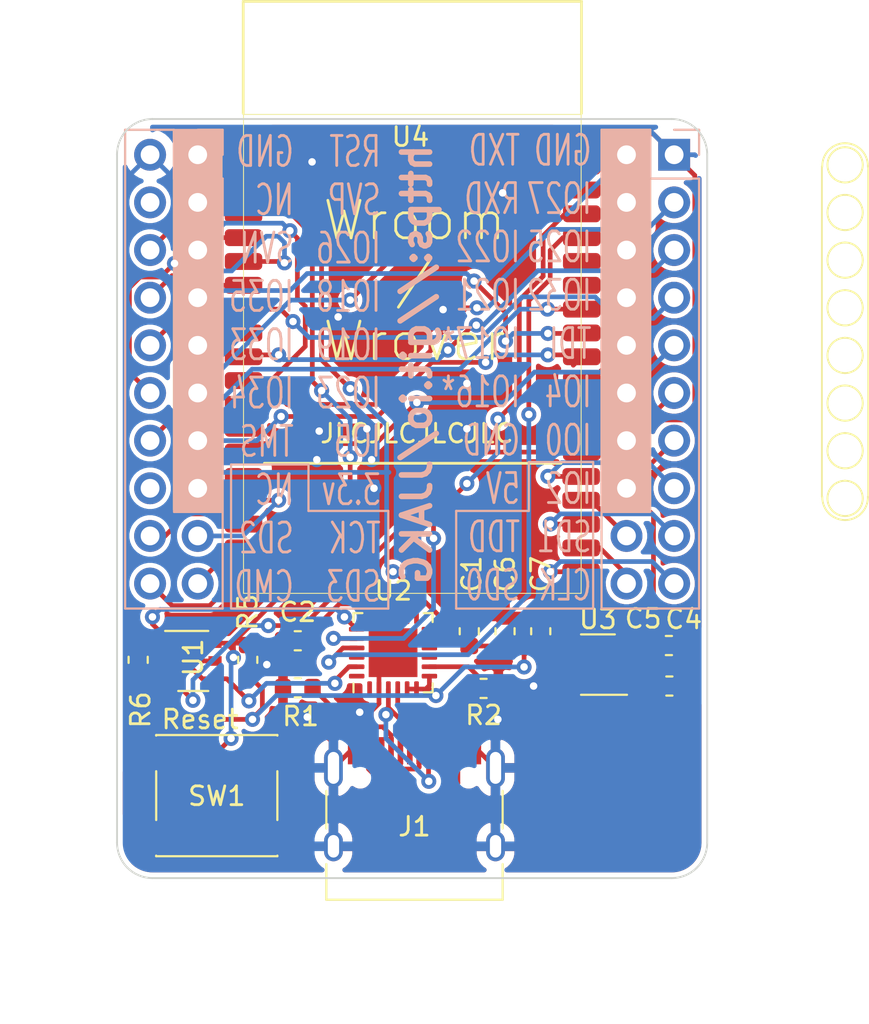
<source format=kicad_pcb>
(kicad_pcb (version 20171130) (host pcbnew "(5.1.6-0-10_14)")
  (layers (0 F.Cu signal) (31 B.Cu signal) (34 B.Paste user) (35 F.Paste user) (36 B.SilkS user) (37 F.SilkS user) (38 B.Mask user) (39 F.Mask user) (44 Edge.Cuts user))
  (net 0 "")
  (net 1 GND)
  (net 2 +3V3)
  (net 3 "Net-(C2-Pad1)")
  (net 4 +5V)
  (net 5 "Net-(J1-PadB8)")
  (net 6 "Net-(J1-PadA5)")
  (net 7 USB_D-)
  (net 8 USB_D+)
  (net 9 "Net-(J1-PadA8)")
  (net 10 "Net-(J1-PadB5)")
  (net 11 ESP_RST)
  (net 12 SER_RTS)
  (net 13 ESP_FLS)
  (net 14 SER_DTR)
  (net 15 ESP_TXD)
  (net 16 ESP_RXD)
  (net 17 "Net-(U2-Pad24)")
  (net 18 "Net-(U2-Pad22)")
  (net 19 "Net-(U2-Pad18)")
  (net 20 "Net-(U2-Pad17)")
  (net 21 "Net-(U2-Pad15)")
  (net 22 "Net-(U2-Pad14)")
  (net 23 "Net-(U2-Pad13)")
  (net 24 "Net-(U2-Pad12)")
  (net 25 "Net-(U2-Pad11)")
  (net 26 "Net-(U2-Pad10)")
  (net 27 "Net-(U2-Pad9)")
  (net 28 "Net-(U2-Pad1)")
  (net 29 "Net-(U4-Pad32)")
  (net 30 "Net-(J3-Pad16)")
  (net 31 "Net-(J3-Pad4)")
  (net 32 CMD_IO11)
  (net 33 SD3_IO10)
  (net 34 SD2_IO9)
  (net 35 CLK_IO6)
  (net 36 IO5)
  (net 37 IO34)
  (net 38 IO23)
  (net 39 IO33)
  (net 40 IO19)
  (net 41 IO35)
  (net 42 IO18)
  (net 43 SENSOR_VN)
  (net 44 IO26)
  (net 45 Sensor_VP)
  (net 46 IO32)
  (net 47 IO25)
  (net 48 IO27)
  (net 49 IO14)
  (net 50 IO12)
  (net 51 IO13)
  (net 52 SD0_IO7)
  (net 53 SD1_IO8)
  (net 54 IO15)
  (net 55 IO2)
  (net 56 IO4)
  (net 57 IO21)
  (net 58 IO22)
  (net 59 IO16)
  (net 60 IO17)
  (net 61 "Net-(U3-Pad4)")
  (module Package_TO_SOT_SMD:SOT-23-5 (layer F.Cu) (at 150.876 133.858 180)
    (fp_text reference U3 (at 0 2.413) (layer F.SilkS))
    (fp_text value HX9193-33GB)
    (pad 5 smd rect (at 1.1 -0.95 180) (size 1.06 0.65) (layers F.Cu F.Paste F.Mask) (net 2 +3V3))
    (pad 4 smd rect (at 1.1 0.95 180) (size 1.06 0.65) (layers F.Cu F.Paste F.Mask) (net 61 "Net-(U3-Pad4)"))
    (pad 3 smd rect (at -1.1 0.95 180) (size 1.06 0.65) (layers F.Cu F.Paste F.Mask) (net 4 +5V))
    (pad 2 smd rect (at -1.1 0 180) (size 1.06 0.65) (layers F.Cu F.Paste F.Mask) (net 1 GND))
    (pad 1 smd rect (at -1.1 -0.95 180) (size 1.06 0.65) (layers F.Cu F.Paste F.Mask) (net 4 +5V))
  )
  (module Connector_PinHeader_2.54mm:PinHeader_2x10_P2.54mm_Vertical (layer B.Cu) (at 154.94 106.68 180)
    (fp_text reference J2 hide)
    (fp_text value Conn_02x10_Odd_Even hide)
    (pad 20 thru_hole oval (at 2.54 -22.86 180) (size 1.7 1.7) (drill 1) (layers *.Cu *.Mask) (net 52 SD0_IO7))
    (pad 19 thru_hole oval (at 0 -22.86 180) (size 1.7 1.7) (drill 1) (layers *.Cu *.Mask) (net 35 CLK_IO6))
    (pad 18 thru_hole oval (at 2.54 -20.32 180) (size 1.7 1.7) (drill 1) (layers *.Cu *.Mask) (net 54 IO15))
    (pad 17 thru_hole oval (at 0 -20.32 180) (size 1.7 1.7) (drill 1) (layers *.Cu *.Mask) (net 53 SD1_IO8))
    (pad 16 thru_hole oval (at 2.54 -17.78 180) (size 1.7 1.7) (drill 1) (layers *.Cu *.Mask) (net 4 +5V))
    (pad 15 thru_hole oval (at 0 -17.78 180) (size 1.7 1.7) (drill 1) (layers *.Cu *.Mask) (net 55 IO2))
    (pad 14 thru_hole oval (at 2.54 -15.24 180) (size 1.7 1.7) (drill 1) (layers *.Cu *.Mask) (net 1 GND))
    (pad 13 thru_hole oval (at 0 -15.24 180) (size 1.7 1.7) (drill 1) (layers *.Cu *.Mask) (net 13 ESP_FLS))
    (pad 12 thru_hole oval (at 2.54 -12.7 180) (size 1.7 1.7) (drill 1) (layers *.Cu *.Mask) (net 59 IO16))
    (pad 11 thru_hole oval (at 0 -12.7 180) (size 1.7 1.7) (drill 1) (layers *.Cu *.Mask) (net 56 IO4))
    (pad 10 thru_hole oval (at 2.54 -10.16 180) (size 1.7 1.7) (drill 1) (layers *.Cu *.Mask) (net 60 IO17))
    (pad 9 thru_hole oval (at 0 -10.16 180) (size 1.7 1.7) (drill 1) (layers *.Cu *.Mask) (net 50 IO12))
    (pad 8 thru_hole oval (at 2.54 -7.62 180) (size 1.7 1.7) (drill 1) (layers *.Cu *.Mask) (net 57 IO21))
    (pad 7 thru_hole oval (at 0 -7.62 180) (size 1.7 1.7) (drill 1) (layers *.Cu *.Mask) (net 46 IO32))
    (pad 6 thru_hole oval (at 2.54 -5.08 180) (size 1.7 1.7) (drill 1) (layers *.Cu *.Mask) (net 58 IO22))
    (pad 5 thru_hole oval (at 0 -5.08 180) (size 1.7 1.7) (drill 1) (layers *.Cu *.Mask) (net 47 IO25))
    (pad 4 thru_hole oval (at 2.54 -2.54 180) (size 1.7 1.7) (drill 1) (layers *.Cu *.Mask) (net 16 ESP_RXD))
    (pad 3 thru_hole oval (at 0 -2.54 180) (size 1.7 1.7) (drill 1) (layers *.Cu *.Mask) (net 48 IO27))
    (pad 2 thru_hole oval (at 2.54 0 180) (size 1.7 1.7) (drill 1) (layers *.Cu *.Mask) (net 15 ESP_TXD))
    (pad 1 thru_hole rect (at 0 0 180) (size 1.7 1.7) (drill 1) (layers *.Cu *.Mask) (net 1 GND))
  )
  (module esp32-wrover:ESP32-WROVER (layer F.Cu) (at 140.9824 105.1096)
    (fp_text reference U4 (at -0.1 0.62) (layer F.SilkS))
    (fp_text value ESP32-WROVER hide)
    (pad 1 smd roundrect (at -9 0.91) (size 2 0.9) (layers F.Cu F.Paste F.Mask) (net 1 GND))
    (pad 2 smd roundrect (at -9 2.18) (size 2 0.9) (layers F.Cu F.Paste F.Mask) (net 2 +3V3))
    (pad 3 smd roundrect (at -9 3.45) (size 2 0.9) (layers F.Cu F.Paste F.Mask) (net 11 ESP_RST))
    (pad 4 smd roundrect (at -9 4.72) (size 2 0.9) (layers F.Cu F.Paste F.Mask) (net 45 Sensor_VP))
    (pad 5 smd roundrect (at -9 5.99) (size 2 0.9) (layers F.Cu F.Paste F.Mask) (net 43 SENSOR_VN))
    (pad 6 smd roundrect (at -9 7.26) (size 2 0.9) (layers F.Cu F.Paste F.Mask) (net 37 IO34))
    (pad 7 smd roundrect (at -9 8.53) (size 2 0.9) (layers F.Cu F.Paste F.Mask) (net 41 IO35))
    (pad 8 smd roundrect (at -9 9.8) (size 2 0.9) (layers F.Cu F.Paste F.Mask) (net 46 IO32))
    (pad 9 smd roundrect (at -9 11.07) (size 2 0.9) (layers F.Cu F.Paste F.Mask) (net 39 IO33))
    (pad 10 smd roundrect (at -9 12.34) (size 2 0.9) (layers F.Cu F.Paste F.Mask) (net 47 IO25))
    (pad 11 smd roundrect (at -9 13.61) (size 2 0.9) (layers F.Cu F.Paste F.Mask) (net 44 IO26))
    (pad 12 smd roundrect (at -9 14.88) (size 2 0.9) (layers F.Cu F.Paste F.Mask) (net 48 IO27))
    (pad 13 smd roundrect (at -9 16.15) (size 2 0.9) (layers F.Cu F.Paste F.Mask) (net 49 IO14))
    (pad 14 smd roundrect (at -9 17.42) (size 2 0.9) (layers F.Cu F.Paste F.Mask) (net 50 IO12))
    (pad 15 smd roundrect (at -9 18.72) (size 2 0.9) (layers F.Cu F.Paste F.Mask) (net 1 GND))
    (pad 16 smd roundrect (at -9 19.99) (size 2 0.9) (layers F.Cu F.Paste F.Mask) (net 51 IO13))
    (pad 17 smd roundrect (at -9 21.26) (size 2 0.9) (layers F.Cu F.Paste F.Mask) (net 34 SD2_IO9))
    (pad 18 smd roundrect (at -9 22.53) (size 2 0.9) (layers F.Cu F.Paste F.Mask) (net 33 SD3_IO10))
    (pad 19 smd roundrect (at -9 23.8) (size 2 0.9) (layers F.Cu F.Paste F.Mask) (net 32 CMD_IO11))
    (pad 20 smd roundrect (at 9 23.8) (size 2 0.9) (layers F.Cu F.Paste F.Mask) (net 35 CLK_IO6))
    (pad 21 smd roundrect (at 9 22.53) (size 2 0.9) (layers F.Cu F.Paste F.Mask) (net 52 SD0_IO7))
    (pad 22 smd roundrect (at 9 21.26) (size 2 0.9) (layers F.Cu F.Paste F.Mask) (net 53 SD1_IO8))
    (pad 23 smd roundrect (at 9 19.99) (size 2 0.9) (layers F.Cu F.Paste F.Mask) (net 54 IO15))
    (pad 24 smd roundrect (at 9 18.72) (size 2 0.9) (layers F.Cu F.Paste F.Mask) (net 55 IO2))
    (pad 25 smd roundrect (at 9.03 17.42) (size 2 0.9) (layers F.Cu F.Paste F.Mask) (net 13 ESP_FLS))
    (pad 26 smd roundrect (at 9.03 16.15) (size 2 0.9) (layers F.Cu F.Paste F.Mask) (net 56 IO4))
    (pad 27 smd roundrect (at 9.03 14.88) (size 2 0.9) (layers F.Cu F.Paste F.Mask) (net 59 IO16))
    (pad 28 smd roundrect (at 9.03 13.61) (size 2 0.9) (layers F.Cu F.Paste F.Mask) (net 60 IO17))
    (pad 29 smd roundrect (at 9.03 12.34) (size 2 0.9) (layers F.Cu F.Paste F.Mask) (net 36 IO5))
    (pad 30 smd roundrect (at 9.03 11.07) (size 2 0.9) (layers F.Cu F.Paste F.Mask) (net 42 IO18))
    (pad 31 smd roundrect (at 9.03 9.8) (size 2 0.9) (layers F.Cu F.Paste F.Mask) (net 40 IO19))
    (pad 32 smd roundrect (at 9.03 8.53) (size 2 0.9) (layers F.Cu F.Paste F.Mask) (net 29 "Net-(U4-Pad32)"))
    (pad 33 smd roundrect (at 9.03 7.26) (size 2 0.9) (layers F.Cu F.Paste F.Mask) (net 57 IO21))
    (pad 34 smd roundrect (at 9.03 5.99) (size 2 0.9) (layers F.Cu F.Paste F.Mask) (net 16 ESP_RXD))
    (pad 35 smd roundrect (at 9.03 4.72) (size 2 0.9) (layers F.Cu F.Paste F.Mask) (net 15 ESP_TXD))
    (pad 36 smd roundrect (at 9.03 3.45) (size 2 0.9) (layers F.Cu F.Paste F.Mask) (net 58 IO22))
    (pad 37 smd roundrect (at 9.03 2.18) (size 2 0.9) (layers F.Cu F.Paste F.Mask) (net 38 IO23))
    (pad 38 smd roundrect (at 9.03 0.91) (size 2 0.9) (layers F.Cu F.Paste F.Mask) (net 1 GND))
  )
  (module Resistor_SMD:R_0603_1608Metric (layer F.Cu) (at 144.78 135.128 180)
    (fp_text reference R2 (at 0 -1.43) (layer F.SilkS))
    (fp_text value 5.1k)
    (pad 2 smd roundrect (at 0.7875 0 180) (size 0.875 0.95) (layers F.Cu F.Paste F.Mask) (net 10 "Net-(J1-PadB5)"))
    (pad 1 smd roundrect (at -0.7875 0 180) (size 0.875 0.95) (layers F.Cu F.Paste F.Mask) (net 1 GND))
  )
  (module Package_SO:TSOP-6_1.65x3.05mm_P0.95mm (layer F.Cu) (at 129.303 133.665)
    (fp_text reference U1 (at 0 -0.188 90) (layer F.SilkS))
    (fp_text value UMH3N)
    (pad 6 smd rect (at 1.16 -0.95) (size 0.7 0.51) (layers F.Cu F.Paste F.Mask) (net 11 ESP_RST))
    (pad 5 smd rect (at 1.16 0) (size 0.7 0.51) (layers F.Cu F.Paste F.Mask) (net 12 SER_RTS))
    (pad 4 smd rect (at 1.16 0.95) (size 0.7 0.51) (layers F.Cu F.Paste F.Mask) (net 14 SER_DTR))
    (pad 3 smd rect (at -1.16 0.95) (size 0.7 0.51) (layers F.Cu F.Paste F.Mask) (net 13 ESP_FLS))
    (pad 2 smd rect (at -1.16 0) (size 0.7 0.51) (layers F.Cu F.Paste F.Mask) (net 14 SER_DTR))
    (pad 1 smd rect (at -1.16 -0.95) (size 0.7 0.51) (layers F.Cu F.Paste F.Mask) (net 12 SER_RTS))
  )
  (module Connector_PinHeader_2.54mm:PinHeader_2x10_P2.54mm_Vertical (layer B.Cu) (at 129.54 106.68 180)
    (fp_text reference J3 hide)
    (fp_text value Conn_02x10_Odd_Even hide)
    (pad 20 thru_hole oval (at 2.54 -22.86 180) (size 1.7 1.7) (drill 1) (layers *.Cu *.Mask) (net 32 CMD_IO11))
    (pad 19 thru_hole oval (at 0 -22.86 180) (size 1.7 1.7) (drill 1) (layers *.Cu *.Mask) (net 33 SD3_IO10))
    (pad 18 thru_hole oval (at 2.54 -20.32 180) (size 1.7 1.7) (drill 1) (layers *.Cu *.Mask) (net 34 SD2_IO9))
    (pad 17 thru_hole oval (at 0 -20.32 180) (size 1.7 1.7) (drill 1) (layers *.Cu *.Mask) (net 51 IO13))
    (pad 16 thru_hole oval (at 2.54 -17.78 180) (size 1.7 1.7) (drill 1) (layers *.Cu *.Mask) (net 30 "Net-(J3-Pad16)"))
    (pad 15 thru_hole oval (at 0 -17.78 180) (size 1.7 1.7) (drill 1) (layers *.Cu *.Mask) (net 2 +3V3))
    (pad 14 thru_hole oval (at 2.54 -15.24 180) (size 1.7 1.7) (drill 1) (layers *.Cu *.Mask) (net 49 IO14))
    (pad 13 thru_hole oval (at 0 -15.24 180) (size 1.7 1.7) (drill 1) (layers *.Cu *.Mask) (net 36 IO5))
    (pad 12 thru_hole oval (at 2.54 -12.7 180) (size 1.7 1.7) (drill 1) (layers *.Cu *.Mask) (net 37 IO34))
    (pad 11 thru_hole oval (at 0 -12.7 180) (size 1.7 1.7) (drill 1) (layers *.Cu *.Mask) (net 38 IO23))
    (pad 10 thru_hole oval (at 2.54 -10.16 180) (size 1.7 1.7) (drill 1) (layers *.Cu *.Mask) (net 39 IO33))
    (pad 9 thru_hole oval (at 0 -10.16 180) (size 1.7 1.7) (drill 1) (layers *.Cu *.Mask) (net 40 IO19))
    (pad 8 thru_hole oval (at 2.54 -7.62 180) (size 1.7 1.7) (drill 1) (layers *.Cu *.Mask) (net 41 IO35))
    (pad 7 thru_hole oval (at 0 -7.62 180) (size 1.7 1.7) (drill 1) (layers *.Cu *.Mask) (net 42 IO18))
    (pad 6 thru_hole oval (at 2.54 -5.08 180) (size 1.7 1.7) (drill 1) (layers *.Cu *.Mask) (net 43 SENSOR_VN))
    (pad 5 thru_hole oval (at 0 -5.08 180) (size 1.7 1.7) (drill 1) (layers *.Cu *.Mask) (net 44 IO26))
    (pad 4 thru_hole oval (at 2.54 -2.54 180) (size 1.7 1.7) (drill 1) (layers *.Cu *.Mask) (net 31 "Net-(J3-Pad4)"))
    (pad 3 thru_hole oval (at 0 -2.54 180) (size 1.7 1.7) (drill 1) (layers *.Cu *.Mask) (net 45 Sensor_VP))
    (pad 2 thru_hole oval (at 2.54 0 180) (size 1.7 1.7) (drill 1) (layers *.Cu *.Mask) (net 1 GND))
    (pad 1 thru_hole rect (at 0 0 180) (size 1.7 1.7) (drill 1) (layers *.Cu *.Mask) (net 11 ESP_RST))
  )
  (module Package_DFN_QFN:QFN-24-1EP_4x4mm_P0.5mm_EP2.6x2.6mm (layer F.Cu) (at 139.954 133.223 90)
    (fp_text reference U2 (at 3.302 0.015 180) (layer F.SilkS))
    (fp_text value CP2104)
    (pad 25 smd rect (at 0 0 90) (size 2.6 2.6) (layers F.Cu F.Mask) (net 1 GND))
    (pad 24 smd roundrect (at -1.25 -1.9375 90) (size 0.25 0.825) (layers F.Cu F.Paste F.Mask) (net 17 "Net-(U2-Pad24)"))
    (pad 23 smd roundrect (at -0.75 -1.9375 90) (size 0.25 0.825) (layers F.Cu F.Paste F.Mask) (net 14 SER_DTR))
    (pad 22 smd roundrect (at -0.25 -1.9375 90) (size 0.25 0.825) (layers F.Cu F.Paste F.Mask) (net 18 "Net-(U2-Pad22)"))
    (pad 21 smd roundrect (at 0.25 -1.9375 90) (size 0.25 0.825) (layers F.Cu F.Paste F.Mask) (net 16 ESP_RXD))
    (pad 20 smd roundrect (at 0.75 -1.9375 90) (size 0.25 0.825) (layers F.Cu F.Paste F.Mask) (net 15 ESP_TXD))
    (pad 19 smd roundrect (at 1.25 -1.9375 90) (size 0.25 0.825) (layers F.Cu F.Paste F.Mask) (net 12 SER_RTS))
    (pad 18 smd roundrect (at 1.9375 -1.25 90) (size 0.825 0.25) (layers F.Cu F.Paste F.Mask) (net 19 "Net-(U2-Pad18)"))
    (pad 17 smd roundrect (at 1.9375 -0.75 90) (size 0.825 0.25) (layers F.Cu F.Paste F.Mask) (net 20 "Net-(U2-Pad17)"))
    (pad 16 smd roundrect (at 1.9375 -0.25 90) (size 0.825 0.25) (layers F.Cu F.Paste F.Mask) (net 3 "Net-(C2-Pad1)"))
    (pad 15 smd roundrect (at 1.9375 0.25 90) (size 0.825 0.25) (layers F.Cu F.Paste F.Mask) (net 21 "Net-(U2-Pad15)"))
    (pad 14 smd roundrect (at 1.9375 0.75 90) (size 0.825 0.25) (layers F.Cu F.Paste F.Mask) (net 22 "Net-(U2-Pad14)"))
    (pad 13 smd roundrect (at 1.9375 1.25 90) (size 0.825 0.25) (layers F.Cu F.Paste F.Mask) (net 23 "Net-(U2-Pad13)"))
    (pad 12 smd roundrect (at 1.25 1.9375 90) (size 0.25 0.825) (layers F.Cu F.Paste F.Mask) (net 24 "Net-(U2-Pad12)"))
    (pad 11 smd roundrect (at 0.75 1.9375 90) (size 0.25 0.825) (layers F.Cu F.Paste F.Mask) (net 25 "Net-(U2-Pad11)"))
    (pad 10 smd roundrect (at 0.25 1.9375 90) (size 0.25 0.825) (layers F.Cu F.Paste F.Mask) (net 26 "Net-(U2-Pad10)"))
    (pad 9 smd roundrect (at -0.25 1.9375 90) (size 0.25 0.825) (layers F.Cu F.Paste F.Mask) (net 27 "Net-(U2-Pad9)"))
    (pad 8 smd roundrect (at -0.75 1.9375 90) (size 0.25 0.825) (layers F.Cu F.Paste F.Mask) (net 4 +5V))
    (pad 7 smd roundrect (at -1.25 1.9375 90) (size 0.25 0.825) (layers F.Cu F.Paste F.Mask) (net 2 +3V3))
    (pad 6 smd roundrect (at -1.9375 1.25 90) (size 0.825 0.25) (layers F.Cu F.Paste F.Mask) (net 2 +3V3))
    (pad 5 smd roundrect (at -1.9375 0.75 90) (size 0.825 0.25) (layers F.Cu F.Paste F.Mask) (net 2 +3V3))
    (pad 4 smd roundrect (at -1.9375 0.25 90) (size 0.825 0.25) (layers F.Cu F.Paste F.Mask) (net 7 USB_D-))
    (pad 3 smd roundrect (at -1.9375 -0.25 90) (size 0.825 0.25) (layers F.Cu F.Paste F.Mask) (net 8 USB_D+))
    (pad 2 smd roundrect (at -1.9375 -0.75 90) (size 0.825 0.25) (layers F.Cu F.Paste F.Mask) (net 1 GND))
    (pad 1 smd roundrect (at -1.9375 -1.25 90) (size 0.825 0.25) (layers F.Cu F.Paste F.Mask) (net 28 "Net-(U2-Pad1)"))
  )
  (module Resistor_SMD:R_0603_1608Metric (layer F.Cu) (at 126.365 133.604 90)
    (fp_text reference R6 (at -2.667 0.127 90) (layer F.SilkS))
    (fp_text value 10k)
    (pad 2 smd roundrect (at 0.7875 0 90) (size 0.875 0.95) (layers F.Cu F.Paste F.Mask) (net 13 ESP_FLS))
    (pad 1 smd roundrect (at -0.7875 0 90) (size 0.875 0.95) (layers F.Cu F.Paste F.Mask) (net 2 +3V3))
  )
  (module Resistor_SMD:R_0603_1608Metric (layer F.Cu) (at 132.207 133.604 90)
    (fp_text reference R5 (at 2.54 0 90) (layer F.SilkS))
    (fp_text value 10k)
    (pad 2 smd roundrect (at 0.7875 0 90) (size 0.875 0.95) (layers F.Cu F.Paste F.Mask) (net 11 ESP_RST))
    (pad 1 smd roundrect (at -0.7875 0 90) (size 0.875 0.95) (layers F.Cu F.Paste F.Mask) (net 2 +3V3))
  )
  (module Resistor_SMD:R_0603_1608Metric (layer F.Cu) (at 134.874 135.093)
    (fp_text reference R1 (at 0.1525 1.524) (layer F.SilkS))
    (fp_text value 5.1k)
    (pad 2 smd roundrect (at 0.7875 0) (size 0.875 0.95) (layers F.Cu F.Paste F.Mask) (net 6 "Net-(J1-PadA5)"))
    (pad 1 smd roundrect (at -0.7875 0) (size 0.875 0.95) (layers F.Cu F.Paste F.Mask) (net 1 GND))
  )
  (module Capacitor_SMD:C_0603_1608Metric (layer F.Cu) (at 134.874 132.588 180)
    (fp_text reference C2 (at 0 1.524) (layer F.SilkS))
    (fp_text value 4.7uF)
    (pad 2 smd roundrect (at 0.7875 0 180) (size 0.875 0.95) (layers F.Cu F.Paste F.Mask) (net 1 GND))
    (pad 1 smd roundrect (at -0.7875 0 180) (size 0.875 0.95) (layers F.Cu F.Paste F.Mask) (net 3 "Net-(C2-Pad1)"))
  )
  (module Capacitor_SMD:C_0603_1608Metric (layer F.Cu) (at 144.018 132.08 90)
    (fp_text reference C1 (at 3.048 0.127 90) (layer F.SilkS))
    (fp_text value 100nF)
    (pad 2 smd roundrect (at 0.7875 0 90) (size 0.875 0.95) (layers F.Cu F.Paste F.Mask) (net 1 GND))
    (pad 1 smd roundrect (at -0.7875 0 90) (size 0.875 0.95) (layers F.Cu F.Paste F.Mask) (net 2 +3V3))
  )
  (module Button_Switch_SMD:SW_Push_1P1T_NO_6x6mm_H9.5mm (layer F.Cu) (at 130.556 140.843)
    (fp_text reference SW1 (at 0 0.0254) (layer F.SilkS))
    (fp_text value SW_Push)
    (pad 2 smd rect (at 3.975 2.25) (size 1.55 1.3) (layers F.Cu F.Paste F.Mask) (net 1 GND))
    (pad 1 smd rect (at 3.975 -2.25) (size 1.55 1.3) (layers F.Cu F.Paste F.Mask) (net 11 ESP_RST))
    (pad 1 smd rect (at -3.975 -2.25) (size 1.55 1.3) (layers F.Cu F.Paste F.Mask) (net 11 ESP_RST))
    (pad 2 smd rect (at -3.975 2.25) (size 1.55 1.3) (layers F.Cu F.Paste F.Mask) (net 1 GND))
  )
  (module Connector_USB:USB_C_Receptacle_HRO_TYPE-C-31-M-12 (layer F.Cu) (at 141.097 142.494)
    (fp_text reference J1 (at 0 0) (layer F.SilkS))
    (fp_text value USB_C_Receptacle_USB2.0)
    (pad B1 smd rect (at 3.25 -4.045) (size 0.6 1.45) (layers F.Cu F.Paste F.Mask) (net 1 GND))
    (pad A9 smd rect (at 2.45 -4.045) (size 0.6 1.45) (layers F.Cu F.Paste F.Mask) (net 4 +5V))
    (pad B9 smd rect (at -2.45 -4.045) (size 0.6 1.45) (layers F.Cu F.Paste F.Mask) (net 4 +5V))
    (pad B12 smd rect (at -3.25 -4.045) (size 0.6 1.45) (layers F.Cu F.Paste F.Mask) (net 1 GND))
    (pad A1 smd rect (at -3.25 -4.045) (size 0.6 1.45) (layers F.Cu F.Paste F.Mask) (net 1 GND))
    (pad A4 smd rect (at -2.45 -4.045) (size 0.6 1.45) (layers F.Cu F.Paste F.Mask) (net 4 +5V))
    (pad B4 smd rect (at 2.45 -4.045) (size 0.6 1.45) (layers F.Cu F.Paste F.Mask) (net 4 +5V))
    (pad A12 smd rect (at 3.25 -4.045) (size 0.6 1.45) (layers F.Cu F.Paste F.Mask) (net 1 GND))
    (pad B8 smd rect (at -1.75 -4.045) (size 0.3 1.45) (layers F.Cu F.Paste F.Mask) (net 5 "Net-(J1-PadB8)"))
    (pad A5 smd rect (at -1.25 -4.045) (size 0.3 1.45) (layers F.Cu F.Paste F.Mask) (net 6 "Net-(J1-PadA5)"))
    (pad B7 smd rect (at -0.75 -4.045) (size 0.3 1.45) (layers F.Cu F.Paste F.Mask) (net 7 USB_D-))
    (pad A7 smd rect (at 0.25 -4.045) (size 0.3 1.45) (layers F.Cu F.Paste F.Mask) (net 7 USB_D-))
    (pad B6 smd rect (at 0.75 -4.045) (size 0.3 1.45) (layers F.Cu F.Paste F.Mask) (net 8 USB_D+))
    (pad A8 smd rect (at 1.25 -4.045) (size 0.3 1.45) (layers F.Cu F.Paste F.Mask) (net 9 "Net-(J1-PadA8)"))
    (pad B5 smd rect (at 1.75 -4.045) (size 0.3 1.45) (layers F.Cu F.Paste F.Mask) (net 10 "Net-(J1-PadB5)"))
    (pad A6 smd rect (at -0.25 -4.045) (size 0.3 1.45) (layers F.Cu F.Paste F.Mask) (net 8 USB_D+))
    (pad S1 thru_hole oval (at 4.32 -3.13) (size 1 2.1) (drill oval 0.6 1.7) (layers *.Cu *.Mask) (net 1 GND))
    (pad S1 thru_hole oval (at -4.32 -3.13) (size 1 2.1) (drill oval 0.6 1.7) (layers *.Cu *.Mask) (net 1 GND))
    (pad "" np_thru_hole circle (at -2.89 -2.6) (size 0.65 0.65) (drill 0.65) (layers *.Cu *.Mask))
    (pad S1 thru_hole oval (at -4.32 1.05) (size 1 1.6) (drill oval 0.6 1.2) (layers *.Cu *.Mask) (net 1 GND))
    (pad "" np_thru_hole circle (at 2.89 -2.6) (size 0.65 0.65) (drill 0.65) (layers *.Cu *.Mask))
    (pad S1 thru_hole oval (at 4.32 1.05) (size 1 1.6) (drill oval 0.6 1.2) (layers *.Cu *.Mask) (net 1 GND))
  )
  (module Capacitor_SMD:C_0603_1608Metric (layer F.Cu) (at 147.828 132.08 90)
    (fp_text reference C7 (at 3.048 0 90) (layer F.SilkS))
    (fp_text value 4u7)
    (pad 2 smd roundrect (at 0.7875 0 90) (size 0.875 0.95) (layers F.Cu F.Paste F.Mask) (net 1 GND))
    (pad 1 smd roundrect (at -0.7875 0 90) (size 0.875 0.95) (layers F.Cu F.Paste F.Mask) (net 2 +3V3))
  )
  (module Capacitor_SMD:C_0603_1608Metric (layer F.Cu) (at 145.923 132.08 90)
    (fp_text reference C6 (at 3.048 0 90) (layer F.SilkS))
    (fp_text value 100nF)
    (pad 2 smd roundrect (at 0.7875 0 90) (size 0.875 0.95) (layers F.Cu F.Paste F.Mask) (net 1 GND))
    (pad 1 smd roundrect (at -0.7875 0 90) (size 0.875 0.95) (layers F.Cu F.Paste F.Mask) (net 2 +3V3))
  )
  (module Capacitor_SMD:C_0603_1608Metric (layer F.Cu) (at 154.6605 132.842)
    (fp_text reference C5 (at -1.3715 -1.43) (layer F.SilkS))
    (fp_text value 100nF)
    (pad 2 smd roundrect (at 0.7875 0) (size 0.875 0.95) (layers F.Cu F.Paste F.Mask) (net 1 GND))
    (pad 1 smd roundrect (at -0.7875 0) (size 0.875 0.95) (layers F.Cu F.Paste F.Mask) (net 4 +5V))
  )
  (module Capacitor_SMD:C_0603_1608Metric (layer F.Cu) (at 154.686 135.001)
    (fp_text reference C4 (at 0.762 -3.556) (layer F.SilkS))
    (fp_text value 4u7)
    (pad 2 smd roundrect (at 0.7875 0) (size 0.875 0.95) (layers F.Cu F.Paste F.Mask) (net 1 GND))
    (pad 1 smd roundrect (at -0.7875 0) (size 0.875 0.95) (layers F.Cu F.Paste F.Mask) (net 4 +5V))
  )
  (gr_curve (pts (xy 162.837832 124.903843) (xy 162.837491 124.915381) (xy 162.837314 124.926924) (xy 162.837302 124.938467)) (layer F.SilkS) (width 0.1))
  (gr_curve (pts (xy 162.837302 107.278519) (xy 162.837314 107.290062) (xy 162.837491 107.301604) (xy 162.837832 107.313142)) (layer F.SilkS) (width 0.1))
  (gr_line (start 162.818199 107.313142) (end 162.818199 124.903843) (layer F.SilkS) (width 0.1))
  (gr_line (start 162.837832 107.313142) (end 162.818199 107.313142) (layer F.SilkS) (width 0.1))
  (gr_curve (pts (xy 165.269718 124.938467) (xy 165.269706 124.926924) (xy 165.26953 124.915381) (xy 165.269189 124.903843)) (layer F.SilkS) (width 0.1))
  (gr_curve (pts (xy 164.05377 126.154415) (xy 164.72529 126.154345) (xy 165.269647 125.609987) (xy 165.269718 124.938467)) (layer F.SilkS) (width 0.1))
  (gr_curve (pts (xy 162.837302 124.938467) (xy 162.837336 125.261036) (xy 162.965527 125.570376) (xy 163.193666 125.798418)) (layer F.SilkS) (width 0.1))
  (gr_curve (pts (xy 164.051185 106.06257) (xy 163.380471 106.06378) (xy 162.837372 106.607804) (xy 162.837302 107.278519)) (layer F.SilkS) (width 0.1))
  (gr_curve (pts (xy 164.053275 106.277544) (xy 164.302936 106.277423) (xy 164.542414 106.376511) (xy 164.719 106.553)) (layer F.SilkS) (width 0.1))
  (gr_curve (pts (xy 164.043961 106.277544) (xy 164.047066 106.277529) (xy 164.05017 106.277529) (xy 164.053275 106.277544)) (layer F.SilkS) (width 0.1))
  (gr_line (start 164.051124 106.06257) (end 164.051185 106.06257) (layer F.SilkS) (width 0.1))
  (gr_line (start 164.05377 106.06257) (end 164.051124 106.06257) (layer F.SilkS) (width 0.1))
  (gr_line (start 165.288821 107.313142) (end 165.269189 107.313142) (layer F.SilkS) (width 0.1))
  (gr_line (start 165.288821 124.903843) (end 165.288821 107.313142) (layer F.SilkS) (width 0.1))
  (gr_line (start 165.269189 124.903843) (end 165.288821 124.903843) (layer F.SilkS) (width 0.1))
  (gr_curve (pts (xy 163.193666 125.798418) (xy 163.421806 126.02646) (xy 163.731201 126.154519) (xy 164.05377 126.154415)) (layer F.SilkS) (width 0.1))
  (gr_curve (pts (xy 165.269718 107.278519) (xy 165.269647 106.606998) (xy 164.72529 106.062641) (xy 164.05377 106.06257)) (layer F.SilkS) (width 0.1))
  (gr_curve (pts (xy 165.269189 107.313142) (xy 165.26953 107.301604) (xy 165.269706 107.290062) (xy 165.269718 107.278519)) (layer F.SilkS) (width 0.1))
  (gr_line (start 162.818199 124.903843) (end 162.837832 124.903843) (layer F.SilkS) (width 0.1))
  (gr_line (start 164.043972 124.057381) (end 164.043972 124.057381) (layer F.SilkS) (width 0.1))
  (gr_line (start 164.043456 121.517478) (end 164.043456 121.517478) (layer F.SilkS) (width 0.1))
  (gr_curve (pts (xy 163.112245 124.998411) (xy 163.112251 124.482319) (xy 163.527905 124.062515) (xy 164.043972 124.057381)) (layer F.SilkS) (width 0.1))
  (gr_curve (pts (xy 164.053275 125.939441) (xy 163.533572 125.939409) (xy 163.112277 125.518114) (xy 163.112245 124.998411)) (layer F.SilkS) (width 0.1))
  (gr_curve (pts (xy 164.719 125.663985) (xy 164.542414 125.840474) (xy 164.302936 125.939562) (xy 164.053275 125.939441)) (layer F.SilkS) (width 0.1))
  (gr_curve (pts (xy 164.994821 124.998411) (xy 164.994805 125.248072) (xy 164.895586 125.487496) (xy 164.719 125.663985)) (layer F.SilkS) (width 0.1))
  (gr_curve (pts (xy 164.719 124.332837) (xy 164.895586 124.509326) (xy 164.994805 124.74875) (xy 164.994821 124.998411)) (layer F.SilkS) (width 0.1))
  (gr_curve (pts (xy 164.053275 124.057381) (xy 164.302936 124.05726) (xy 164.542414 124.156348) (xy 164.719 124.332837)) (layer F.SilkS) (width 0.1))
  (gr_curve (pts (xy 164.043961 124.057381) (xy 164.047066 124.057366) (xy 164.05017 124.057366) (xy 164.053275 124.057381)) (layer F.SilkS) (width 0.1))
  (gr_line (start 164.043432 121.517478) (end 164.043961 121.517478) (layer F.SilkS) (width 0.1))
  (gr_curve (pts (xy 163.112245 122.458508) (xy 163.112248 121.942615) (xy 163.527591 121.522893) (xy 164.043456 121.517478)) (layer F.SilkS) (width 0.1))
  (gr_curve (pts (xy 164.053275 123.399538) (xy 163.533572 123.399506) (xy 163.112277 122.978211) (xy 163.112245 122.458508)) (layer F.SilkS) (width 0.1))
  (gr_curve (pts (xy 164.719 123.124082) (xy 164.542414 123.300571) (xy 164.302936 123.399659) (xy 164.053275 123.399538)) (layer F.SilkS) (width 0.1))
  (gr_curve (pts (xy 164.994821 122.458508) (xy 164.994805 122.708169) (xy 164.895586 122.947593) (xy 164.719 123.124082)) (layer F.SilkS) (width 0.1))
  (gr_curve (pts (xy 164.719 121.792934) (xy 164.895586 121.969423) (xy 164.994805 122.208847) (xy 164.994821 122.458508)) (layer F.SilkS) (width 0.1))
  (gr_curve (pts (xy 164.053275 121.517478) (xy 164.302936 121.517357) (xy 164.542414 121.616445) (xy 164.719 121.792934)) (layer F.SilkS) (width 0.1))
  (gr_curve (pts (xy 164.043961 121.517478) (xy 164.047066 121.517463) (xy 164.05017 121.517463) (xy 164.053275 121.517478)) (layer F.SilkS) (width 0.1))
  (gr_line (start 164.043456 118.977575) (end 164.043456 118.977575) (layer F.SilkS) (width 0.1))
  (gr_line (start 164.043432 118.977575) (end 164.043961 118.977575) (layer F.SilkS) (width 0.1))
  (gr_curve (pts (xy 163.112245 119.918605) (xy 163.112248 119.402712) (xy 163.527591 118.98299) (xy 164.043456 118.977575)) (layer F.SilkS) (width 0.1))
  (gr_curve (pts (xy 164.053275 120.859635) (xy 163.533572 120.859603) (xy 163.112277 120.438308) (xy 163.112245 119.918605)) (layer F.SilkS) (width 0.1))
  (gr_curve (pts (xy 164.719 120.584179) (xy 164.542414 120.760668) (xy 164.302936 120.859756) (xy 164.053275 120.859635)) (layer F.SilkS) (width 0.1))
  (gr_curve (pts (xy 164.994821 119.918605) (xy 164.994805 120.168266) (xy 164.895586 120.40769) (xy 164.719 120.584179)) (layer F.SilkS) (width 0.1))
  (gr_curve (pts (xy 164.719 119.253031) (xy 164.895586 119.42952) (xy 164.994805 119.668944) (xy 164.994821 119.918605)) (layer F.SilkS) (width 0.1))
  (gr_curve (pts (xy 164.053275 118.977575) (xy 164.302936 118.977454) (xy 164.542414 119.076542) (xy 164.719 119.253031)) (layer F.SilkS) (width 0.1))
  (gr_curve (pts (xy 164.043961 118.977575) (xy 164.047066 118.97756) (xy 164.05017 118.97756) (xy 164.053275 118.977575)) (layer F.SilkS) (width 0.1))
  (gr_line (start 164.042911 116.437156) (end 164.042911 116.437156) (layer F.SilkS) (width 0.1))
  (gr_line (start 164.042903 116.437156) (end 164.043432 116.437156) (layer F.SilkS) (width 0.1))
  (gr_curve (pts (xy 163.112218 117.378702) (xy 163.111936 116.862808) (xy 163.527048 116.442855) (xy 164.042911 116.437156)) (layer F.SilkS) (width 0.1))
  (gr_curve (pts (xy 164.053248 118.319732) (xy 163.533545 118.3197) (xy 163.112251 117.898406) (xy 163.112218 117.378702)) (layer F.SilkS) (width 0.1))
  (gr_curve (pts (xy 164.718973 118.044276) (xy 164.542388 118.220765) (xy 164.30291 118.319854) (xy 164.053248 118.319732)) (layer F.SilkS) (width 0.1))
  (gr_curve (pts (xy 164.994794 117.378702) (xy 164.994779 117.628363) (xy 164.895559 117.867787) (xy 164.718973 118.044276)) (layer F.SilkS) (width 0.1))
  (gr_curve (pts (xy 164.719156 116.712794) (xy 164.895756 116.889395) (xy 164.994916 117.128951) (xy 164.994794 117.378702)) (layer F.SilkS) (width 0.1))
  (gr_curve (pts (xy 164.053248 116.437156) (xy 164.302999 116.437035) (xy 164.542556 116.536194) (xy 164.719156 116.712794)) (layer F.SilkS) (width 0.1))
  (gr_curve (pts (xy 164.043432 116.437156) (xy 164.046704 116.437139) (xy 164.049976 116.437139) (xy 164.053248 116.437156)) (layer F.SilkS) (width 0.1))
  (gr_line (start 164.043456 113.897253) (end 164.043456 113.897253) (layer F.SilkS) (width 0.1))
  (gr_line (start 164.043432 113.897253) (end 164.043961 113.897253) (layer F.SilkS) (width 0.1))
  (gr_curve (pts (xy 163.112245 114.838283) (xy 163.112248 114.32239) (xy 163.527591 113.902668) (xy 164.043456 113.897253)) (layer F.SilkS) (width 0.1))
  (gr_curve (pts (xy 163.387701 115.504008) (xy 163.211212 115.327423) (xy 163.112123 115.087945) (xy 163.112245 114.838283)) (layer F.SilkS) (width 0.1))
  (gr_curve (pts (xy 164.053275 115.779829) (xy 163.803612 115.779814) (xy 163.56419 115.680594) (xy 163.387701 115.504008)) (layer F.SilkS) (width 0.1))
  (gr_curve (pts (xy 164.719182 115.504191) (xy 164.542582 115.680791) (xy 164.303026 115.779951) (xy 164.053275 115.779829)) (layer F.SilkS) (width 0.1))
  (gr_curve (pts (xy 164.994821 114.838283) (xy 164.994942 115.088034) (xy 164.895783 115.32759) (xy 164.719182 115.504191)) (layer F.SilkS) (width 0.1))
  (gr_curve (pts (xy 164.719 114.172709) (xy 164.895586 114.349198) (xy 164.994805 114.588622) (xy 164.994821 114.838283)) (layer F.SilkS) (width 0.1))
  (gr_curve (pts (xy 164.053275 113.897253) (xy 164.302936 113.897132) (xy 164.542414 113.99622) (xy 164.719 114.172709)) (layer F.SilkS) (width 0.1))
  (gr_curve (pts (xy 164.043961 113.897253) (xy 164.047066 113.897238) (xy 164.05017 113.897238) (xy 164.053275 113.897253)) (layer F.SilkS) (width 0.1))
  (gr_line (start 164.043456 111.35735) (end 164.043456 111.35735) (layer F.SilkS) (width 0.1))
  (gr_line (start 164.043432 111.35735) (end 164.043961 111.35735) (layer F.SilkS) (width 0.1))
  (gr_curve (pts (xy 163.112245 112.29838) (xy 163.112248 111.782487) (xy 163.527591 111.362765) (xy 164.043456 111.35735)) (layer F.SilkS) (width 0.1))
  (gr_curve (pts (xy 164.053275 113.23941) (xy 163.533572 113.239378) (xy 163.112277 112.818083) (xy 163.112245 112.29838)) (layer F.SilkS) (width 0.1))
  (gr_curve (pts (xy 164.719 112.963954) (xy 164.542414 113.140443) (xy 164.302936 113.239532) (xy 164.053275 113.23941)) (layer F.SilkS) (width 0.1))
  (gr_curve (pts (xy 164.994821 112.29838) (xy 164.994805 112.548042) (xy 164.895586 112.787466) (xy 164.719 112.963954)) (layer F.SilkS) (width 0.1))
  (gr_curve (pts (xy 164.719 111.632806) (xy 164.895586 111.809295) (xy 164.994805 112.048719) (xy 164.994821 112.29838)) (layer F.SilkS) (width 0.1))
  (gr_curve (pts (xy 164.053275 111.35735) (xy 164.302936 111.357229) (xy 164.542414 111.456317) (xy 164.719 111.632806)) (layer F.SilkS) (width 0.1))
  (gr_curve (pts (xy 164.043961 111.35735) (xy 164.047066 111.357335) (xy 164.05017 111.357335) (xy 164.053275 111.35735)) (layer F.SilkS) (width 0.1))
  (gr_line (start 164.043456 108.817447) (end 164.043456 108.817447) (layer F.SilkS) (width 0.1))
  (gr_line (start 164.043432 108.817447) (end 164.043961 108.817447) (layer F.SilkS) (width 0.1))
  (gr_curve (pts (xy 163.112245 109.758478) (xy 163.112248 109.242584) (xy 163.527591 108.822862) (xy 164.043456 108.817447)) (layer F.SilkS) (width 0.1))
  (gr_curve (pts (xy 164.053275 110.699507) (xy 163.533572 110.699475) (xy 163.112277 110.278181) (xy 163.112245 109.758478)) (layer F.SilkS) (width 0.1))
  (gr_curve (pts (xy 164.719 110.424051) (xy 164.542414 110.60054) (xy 164.302936 110.699629) (xy 164.053275 110.699507)) (layer F.SilkS) (width 0.1))
  (gr_curve (pts (xy 164.994821 109.758478) (xy 164.994805 110.008139) (xy 164.895586 110.247563) (xy 164.719 110.424051)) (layer F.SilkS) (width 0.1))
  (gr_curve (pts (xy 164.719 109.092903) (xy 164.895586 109.269392) (xy 164.994805 109.508817) (xy 164.994821 109.758478)) (layer F.SilkS) (width 0.1))
  (gr_curve (pts (xy 164.053275 108.817447) (xy 164.302936 108.817326) (xy 164.542414 108.916414) (xy 164.719 109.092903)) (layer F.SilkS) (width 0.1))
  (gr_curve (pts (xy 164.043961 108.817447) (xy 164.047066 108.817432) (xy 164.05017 108.817432) (xy 164.053275 108.817447)) (layer F.SilkS) (width 0.1))
  (gr_line (start 164.043456 106.277544) (end 164.043456 106.277544) (layer F.SilkS) (width 0.1))
  (gr_line (start 164.043432 106.277544) (end 164.043961 106.277544) (layer F.SilkS) (width 0.1))
  (gr_curve (pts (xy 163.112245 107.218574) (xy 163.112248 106.702681) (xy 163.527591 106.282959) (xy 164.043456 106.277544)) (layer F.SilkS) (width 0.1))
  (gr_curve (pts (xy 164.053275 108.159604) (xy 163.533572 108.159572) (xy 163.112277 107.738278) (xy 163.112245 107.218574)) (layer F.SilkS) (width 0.1))
  (gr_curve (pts (xy 164.719 107.884148) (xy 164.542414 108.060637) (xy 164.302936 108.159726) (xy 164.053275 108.159604)) (layer F.SilkS) (width 0.1))
  (gr_curve (pts (xy 164.994821 107.218574) (xy 164.994805 107.468236) (xy 164.895586 107.70766) (xy 164.719 107.884148)) (layer F.SilkS) (width 0.1))
  (gr_curve (pts (xy 164.719 106.553) (xy 164.895586 106.729489) (xy 164.994805 106.968913) (xy 164.994821 107.218574)) (layer F.SilkS) (width 0.1))
  (gr_curve (pts (xy 156.702881 143.349108) (xy 156.702881 143.850336) (xy 156.503769 144.331034) (xy 156.149348 144.685456)) (layer Edge.Cuts) (width 0.1))
  (gr_curve (pts (xy 127.128771 145.238989) (xy 126.627543 145.238989) (xy 126.146845 145.039877) (xy 125.792423 144.685456)) (layer Edge.Cuts) (width 0.1))
  (gr_line (start 156.702881 106.664881) (end 156.702881 143.349108) (layer Edge.Cuts) (width 0.1))
  (gr_curve (pts (xy 156.149348 105.328533) (xy 156.503769 105.682955) (xy 156.702881 106.163653) (xy 156.702881 106.664881)) (layer Edge.Cuts) (width 0.1))
  (gr_line (start 127.128771 104.775) (end 154.813 104.775) (layer Edge.Cuts) (width 0.1))
  (gr_line (start 127.128771 104.775) (end 127.128771 104.775) (layer Edge.Cuts) (width 0.1))
  (gr_line (start 125.23889 143.349108) (end 125.23889 106.664881) (layer Edge.Cuts) (width 0.1))
  (gr_curve (pts (xy 125.792423 105.328533) (xy 126.146845 104.974112) (xy 126.627543 104.775) (xy 127.128771 104.775)) (layer Edge.Cuts) (width 0.1))
  (gr_curve (pts (xy 125.23889 106.664881) (xy 125.23889 106.163653) (xy 125.438002 105.682955) (xy 125.792423 105.328533)) (layer Edge.Cuts) (width 0.1))
  (gr_line (start 154.813 145.238989) (end 127.128771 145.238989) (layer Edge.Cuts) (width 0.1))
  (gr_curve (pts (xy 125.792423 144.685456) (xy 125.438002 144.331034) (xy 125.23889 143.850336) (xy 125.23889 143.349108)) (layer Edge.Cuts) (width 0.1))
  (gr_curve (pts (xy 156.149348 144.685456) (xy 155.794926 145.039877) (xy 155.314228 145.238989) (xy 154.813 145.238989)) (layer Edge.Cuts) (width 0.1))
  (gr_curve (pts (xy 154.813 104.775) (xy 155.314228 104.775) (xy 155.794926 104.974112) (xy 156.149348 105.328533)) (layer Edge.Cuts) (width 0.1))
  (gr_text Reset (at 129.667 136.779) (layer F.SilkS) (effects (font (size 1 1))))
  (gr_text "Wroom\n/\nWrover" (at 141.097 113.411) (layer F.SilkS) (effects (font (size 2 2))))
  (gr_poly (pts (xy 153.67 125.603) (xy 151.257 125.603) (xy 151.257 105.41) (xy 153.67 105.41)) (layer F.SilkS) (width 0.1))
  (gr_poly (pts (xy 130.81 125.603) (xy 128.27 125.603) (xy 128.27 105.41) (xy 130.81 105.41)) (layer F.SilkS) (width 0.1))
  (gr_text JLCJLCJLCJLC (at 141.224 121.539) (layer F.SilkS) (effects (font (size 1 1))))
  (gr_line (start 133.096 123.1265) (end 148.9075 123.1265) (layer F.SilkS) (width 0.15))
  (gr_line (start 150.622 130.8735) (end 150.5585 130.8735) (layer B.SilkS) (width 0.12))
  (gr_line (start 150.622 123.063) (end 150.622 130.8735) (layer B.SilkS) (width 0.12))
  (gr_line (start 147.193 123.063) (end 150.622 123.063) (layer B.SilkS) (width 0.12))
  (gr_line (start 147.193 125.6665) (end 147.193 123.063) (layer B.SilkS) (width 0.12))
  (gr_line (start 143.3195 125.6665) (end 147.193 125.6665) (layer B.SilkS) (width 0.12))
  (gr_line (start 143.3195 130.8735) (end 143.3195 125.6665) (layer B.SilkS) (width 0.12))
  (gr_line (start 150.5585 130.8735) (end 143.3195 130.8735) (layer B.SilkS) (width 0.12))
  (gr_line (start 131.318 123.19) (end 131.318 130.8735) (layer B.SilkS) (width 0.12))
  (gr_line (start 135.4455 123.19) (end 131.318 123.19) (layer B.SilkS) (width 0.12))
  (gr_line (start 135.4455 125.6665) (end 135.4455 123.19) (layer B.SilkS) (width 0.12))
  (gr_line (start 139.7 125.6665) (end 135.4455 125.6665) (layer B.SilkS) (width 0.12))
  (gr_line (start 139.7 130.8735) (end 139.7 125.6665) (layer B.SilkS) (width 0.12))
  (gr_line (start 131.3815 130.8735) (end 139.7 130.8735) (layer B.SilkS) (width 0.12))
  (gr_poly (pts (xy 153.67 125.73) (xy 151.07 125.73) (xy 151.07 105.35) (xy 153.67 105.35)) (layer B.SilkS) (width 0.1))
  (gr_poly (pts (xy 130.81 125.73) (xy 128.27 125.73) (xy 128.27 105.35) (xy 130.81 105.35)) (layer B.SilkS) (width 0.1))
  (gr_text "TXD\nRXD\nIO22\nIO21\nIO17*\nIO16*\nGND\n5V\nTDD\nSD0" (at 146.812 118.0465) (layer B.SilkS) (effects (font (size 1.6 1)) (justify left mirror)))
  (gr_text "GND\nIO27\nIO25\nIO32\nTDI\nIO4\nIO0\nIO2\nSD1\nCLK" (at 150.622 118.0465) (layer B.SilkS) (effects (font (size 1.6 1)) (justify left mirror)))
  (gr_text "GND\nNC\nSVN\nIO35\nIO33\nIO34\nTMS\nNC\nSD2\nCMD" (at 134.747 118.11) (layer B.SilkS) (effects (font (size 1.6 1)) (justify left mirror)))
  (gr_text "RST\nSVP\nIO26\nIO18\nIO19\nIO23\nIO5\n3.3v\nTCK\nSD3" (at 139.3825 118.11) (layer B.SilkS) (effects (font (size 1.6 1)) (justify left mirror)))
  (gr_text https://git.io/JJAKG (at 141.224 117.856 90) (layer B.SilkS) (effects (font (size 1.5 1.5) (thickness 0.3)) (justify mirror)))
  (via (at 135.636 107.061) (size 0.8) (drill 0.4) (layers F.Cu B.Cu) (net 1))
  (via (at 145.796 108.712) (size 0.8) (drill 0.4) (layers F.Cu B.Cu) (net 1))
  (segment (start 127 106.68) (end 128.143 107.823) (width 0.25) (layer B.Cu) (net 1))
  (segment (start 125.984 107.696) (end 125.984 107.95) (width 0.25) (layer B.Cu) (net 1))
  (segment (start 125.984 107.696) (end 127 106.68) (width 0.25) (layer B.Cu) (net 1))
  (via (at 143.891 118.872) (size 0.8) (drill 0.4) (layers F.Cu B.Cu) (net 1))
  (via (at 142.621 114.935) (size 0.8) (drill 0.4) (layers F.Cu B.Cu) (net 1))
  (segment (start 140.5724 112.9396) (end 140.5824 112.9396) (width 0.25) (layer F.Cu) (net 1))
  (segment (start 138.5824 114.9296) (end 140.5724 112.9396) (width 0.25) (layer F.Cu) (net 1))
  (segment (start 140.5924 112.9396) (end 142.5824 114.9296) (width 0.25) (layer F.Cu) (net 1))
  (segment (start 140.5824 112.9396) (end 140.5924 112.9396) (width 0.25) (layer F.Cu) (net 1))
  (via (at 143.891 121.285) (size 0.8) (drill 0.4) (layers F.Cu B.Cu) (net 1))
  (via (at 136.017 121.412) (size 0.8) (drill 0.4) (layers F.Cu B.Cu) (net 1))
  (segment (start 138.19668 115.32532) (end 137.026787 115.32532) (width 0.25) (layer F.Cu) (net 1))
  (via (at 137.026787 115.32532) (size 0.8) (drill 0.4) (layers F.Cu B.Cu) (net 1))
  (segment (start 140.5824 112.9396) (end 138.19668 115.32532) (width 0.25) (layer F.Cu) (net 1))
  (segment (start 139.204 133.973) (end 139.954 133.223) (width 0.25) (layer F.Cu) (net 1))
  (segment (start 139.204 135.1605) (end 139.204 133.973) (width 0.25) (layer F.Cu) (net 1))
  (segment (start 137.692 138.449) (end 136.777 139.364) (width 0.25) (layer F.Cu) (net 1))
  (segment (start 137.847 138.449) (end 137.692 138.449) (width 0.25) (layer F.Cu) (net 1))
  (via (at 133.223 133.858) (size 0.8) (drill 0.4) (layers F.Cu B.Cu) (net 1))
  (segment (start 139.954 133.223) (end 139.065 132.334) (width 0.25) (layer F.Cu) (net 1))
  (via (at 138.557 121.285) (size 0.8) (drill 0.4) (layers F.Cu B.Cu) (net 1))
  (via (at 138.811 122.936) (size 0.8) (drill 0.4) (layers F.Cu B.Cu) (net 1))
  (via (at 138.938 124.46) (size 0.8) (drill 0.4) (layers F.Cu B.Cu) (net 1))
  (via (at 135.89 122.936) (size 0.8) (drill 0.4) (layers F.Cu B.Cu) (net 1))
  (via (at 147.447 135.001) (size 0.8) (drill 0.4) (layers F.Cu B.Cu) (net 1))
  (via (at 145.542 136.779) (size 0.8) (drill 0.4) (layers F.Cu B.Cu) (net 1))
  (segment (start 144.502 138.449) (end 145.417 139.364) (width 0.25) (layer F.Cu) (net 1))
  (segment (start 144.347 138.449) (end 144.502 138.449) (width 0.25) (layer F.Cu) (net 1))
  (segment (start 145.417 136.904) (end 145.542 136.779) (width 0.25) (layer F.Cu) (net 1))
  (segment (start 145.417 139.364) (end 145.417 136.904) (width 0.25) (layer F.Cu) (net 1))
  (via (at 135.382 136.652) (size 0.8) (drill 0.4) (layers F.Cu B.Cu) (net 1))
  (segment (start 136.777 138.047) (end 135.382 136.652) (width 0.25) (layer F.Cu) (net 1))
  (segment (start 136.777 139.364) (end 136.777 138.047) (width 0.25) (layer F.Cu) (net 1))
  (via (at 138.176 136.398) (size 0.8) (drill 0.4) (layers F.Cu B.Cu) (net 1))
  (segment (start 138.741685 136.398) (end 139.204 135.935685) (width 0.25) (layer F.Cu) (net 1))
  (segment (start 139.204 135.935685) (end 139.204 135.1605) (width 0.25) (layer F.Cu) (net 1))
  (segment (start 138.176 136.398) (end 138.741685 136.398) (width 0.25) (layer F.Cu) (net 1))
  (segment (start 153.8296 105.5696) (end 154.94 106.68) (width 0.25) (layer F.Cu) (net 1))
  (segment (start 150.4624 105.5696) (end 153.8296 105.5696) (width 0.25) (layer F.Cu) (net 1))
  (segment (start 150.0124 106.0196) (end 150.4624 105.5696) (width 0.25) (layer F.Cu) (net 1))
  (segment (start 154.94 106.68) (end 153.67 105.41) (width 0.25) (layer B.Cu) (net 1))
  (segment (start 153.67 105.41) (end 149.225 105.41) (width 0.25) (layer B.Cu) (net 1))
  (segment (start 145.923 108.712) (end 145.796 108.712) (width 0.25) (layer B.Cu) (net 1))
  (segment (start 149.225 105.41) (end 145.923 108.712) (width 0.25) (layer B.Cu) (net 1))
  (segment (start 156.04 106.68) (end 156.083 106.723) (width 0.25) (layer B.Cu) (net 1))
  (segment (start 156.04 106.68) (end 154.94 106.68) (width 0.25) (layer B.Cu) (net 1))
  (segment (start 152.933172 121.92) (end 152.4 121.92) (width 0.25) (layer F.Cu) (net 1))
  (segment (start 154.035173 120.817999) (end 152.933172 121.92) (width 0.25) (layer F.Cu) (net 1))
  (segment (start 155.468961 120.817999) (end 154.035173 120.817999) (width 0.25) (layer F.Cu) (net 1))
  (segment (start 156.042001 107.782001) (end 156.042001 120.244959) (width 0.25) (layer F.Cu) (net 1))
  (segment (start 156.042001 120.244959) (end 155.468961 120.817999) (width 0.25) (layer F.Cu) (net 1))
  (segment (start 154.94 106.68) (end 156.042001 107.782001) (width 0.25) (layer F.Cu) (net 1))
  (segment (start 129.54 124.46) (end 130.389999 123.610001) (width 0.25) (layer B.Cu) (net 2))
  (via (at 137.668 119.143) (size 0.8) (drill 0.4) (layers F.Cu B.Cu) (net 2))
  (segment (start 130.389999 123.610001) (end 139.612001 123.610001) (width 0.25) (layer B.Cu) (net 2))
  (segment (start 139.612001 121.087001) (end 137.668 119.143) (width 0.25) (layer B.Cu) (net 2))
  (segment (start 139.612001 123.610001) (end 139.739001 123.610001) (width 0.25) (layer B.Cu) (net 2))
  (segment (start 137.668 119.143) (end 136.144 117.619) (width 0.25) (layer F.Cu) (net 2))
  (segment (start 132.9824 107.2896) (end 131.9824 107.2896) (width 0.25) (layer F.Cu) (net 2))
  (segment (start 136.144 117.619) (end 136.144 114.681) (width 0.25) (layer F.Cu) (net 2))
  (segment (start 136.144 110.4512) (end 132.9824 107.2896) (width 0.25) (layer F.Cu) (net 2))
  (segment (start 136.144 114.681) (end 136.144 110.4512) (width 0.25) (layer F.Cu) (net 2))
  (segment (start 136.144 114.681) (end 136.144 114.554) (width 0.25) (layer F.Cu) (net 2))
  (segment (start 149.7685 134.808) (end 147.828 132.8675) (width 0.25) (layer F.Cu) (net 2))
  (segment (start 149.776 134.808) (end 149.7685 134.808) (width 0.25) (layer F.Cu) (net 2))
  (segment (start 145.923 132.8675) (end 144.018 132.8675) (width 0.25) (layer F.Cu) (net 2))
  (segment (start 140.704 135.1605) (end 141.204 135.1605) (width 0.25) (layer F.Cu) (net 2))
  (segment (start 141.204 135.1605) (end 141.6995 135.1605) (width 0.25) (layer F.Cu) (net 2))
  (segment (start 141.8915 134.9685) (end 141.8915 134.473) (width 0.25) (layer F.Cu) (net 2))
  (segment (start 141.6995 135.1605) (end 141.8915 134.9685) (width 0.25) (layer F.Cu) (net 2))
  (via (at 142.24 135.509) (size 0.8) (drill 0.4) (layers F.Cu B.Cu) (net 2))
  (segment (start 141.8915 135.1605) (end 142.24 135.509) (width 0.25) (layer F.Cu) (net 2))
  (segment (start 141.6995 135.1605) (end 141.8915 135.1605) (width 0.25) (layer F.Cu) (net 2))
  (segment (start 143.764 133.985) (end 146.939 133.985) (width 0.25) (layer B.Cu) (net 2))
  (via (at 146.939 133.985) (size 0.8) (drill 0.4) (layers F.Cu B.Cu) (net 2))
  (segment (start 142.24 135.509) (end 143.764 133.985) (width 0.25) (layer B.Cu) (net 2))
  (segment (start 146.939 133.985) (end 146.939 133.35) (width 0.25) (layer F.Cu) (net 2))
  (segment (start 146.939 133.35) (end 147.4215 132.8675) (width 0.25) (layer F.Cu) (net 2))
  (segment (start 147.4215 132.8675) (end 145.923 132.8675) (width 0.25) (layer F.Cu) (net 2))
  (segment (start 147.828 132.8675) (end 147.4215 132.8675) (width 0.25) (layer F.Cu) (net 2))
  (segment (start 126.365 134.3915) (end 128.7525 136.779) (width 0.25) (layer F.Cu) (net 2))
  (segment (start 132.986001 135.170501) (end 132.207 134.3915) (width 0.25) (layer F.Cu) (net 2))
  (segment (start 132.986001 136.202961) (end 132.986001 135.170501) (width 0.25) (layer F.Cu) (net 2))
  (segment (start 132.409962 136.779) (end 132.986001 136.202961) (width 0.25) (layer F.Cu) (net 2))
  (segment (start 128.7525 136.779) (end 132.409962 136.779) (width 0.25) (layer F.Cu) (net 2))
  (segment (start 139.612001 123.023999) (end 139.612001 121.087001) (width 0.25) (layer B.Cu) (net 2))
  (segment (start 139.612001 123.610001) (end 139.612001 123.023999) (width 0.25) (layer B.Cu) (net 2))
  (segment (start 139.612001 128.563001) (end 139.954 128.905) (width 0.25) (layer B.Cu) (net 2))
  (segment (start 139.612001 123.023999) (end 139.612001 128.563001) (width 0.25) (layer B.Cu) (net 2))
  (segment (start 140.0555 128.905) (end 139.954 128.905) (width 0.25) (layer F.Cu) (net 2))
  (segment (start 144.018 132.8675) (end 140.0555 128.905) (width 0.25) (layer F.Cu) (net 2))
  (via (at 139.954 128.905) (size 0.8) (drill 0.4) (layers F.Cu B.Cu) (net 2))
  (segment (start 132.461 136.779) (end 132.461001 136.779001) (width 0.25) (layer F.Cu) (net 2))
  (segment (start 132.409962 136.779) (end 132.461 136.779) (width 0.25) (layer F.Cu) (net 2))
  (segment (start 142.24 135.509) (end 133.731002 135.509) (width 0.25) (layer B.Cu) (net 2))
  (via (at 132.461001 136.779001) (size 0.8) (drill 0.4) (layers F.Cu B.Cu) (net 2))
  (segment (start 133.731002 135.509) (end 132.461001 136.779001) (width 0.25) (layer B.Cu) (net 2))
  (segment (start 139.45199 130.62099) (end 139.704 130.873) (width 0.25) (layer F.Cu) (net 3))
  (segment (start 139.704 130.873) (end 139.704 131.2855) (width 0.25) (layer F.Cu) (net 3))
  (segment (start 137.093556 130.62099) (end 139.45199 130.62099) (width 0.25) (layer F.Cu) (net 3))
  (segment (start 135.6615 132.053046) (end 137.093556 130.62099) (width 0.25) (layer F.Cu) (net 3))
  (segment (start 135.6615 132.588) (end 135.6615 132.053046) (width 0.25) (layer F.Cu) (net 3))
  (segment (start 138.647 139.424) (end 140.193 140.97) (width 0.25) (layer F.Cu) (net 4))
  (segment (start 138.647 138.449) (end 138.647 139.424) (width 0.25) (layer F.Cu) (net 4))
  (segment (start 143.409999 138.586001) (end 143.547 138.449) (width 0.25) (layer F.Cu) (net 4))
  (segment (start 143.409999 140.170961) (end 143.409999 138.586001) (width 0.25) (layer F.Cu) (net 4))
  (segment (start 142.61096 140.97) (end 143.409999 140.170961) (width 0.25) (layer F.Cu) (net 4))
  (segment (start 140.193 140.97) (end 142.61096 140.97) (width 0.25) (layer F.Cu) (net 4))
  (segment (start 143.547 137.474) (end 143.547 138.449) (width 0.25) (layer F.Cu) (net 4))
  (segment (start 144.68201 136.33899) (end 143.547 137.474) (width 0.25) (layer F.Cu) (net 4))
  (segment (start 143.978258 133.973) (end 144.68201 134.676752) (width 0.25) (layer F.Cu) (net 4))
  (segment (start 141.8915 133.973) (end 143.978258 133.973) (width 0.25) (layer F.Cu) (net 4))
  (segment (start 153.807 132.908) (end 153.873 132.842) (width 0.25) (layer F.Cu) (net 4))
  (segment (start 151.976 132.908) (end 153.807 132.908) (width 0.25) (layer F.Cu) (net 4))
  (segment (start 153.873 134.9755) (end 153.8985 135.001) (width 0.25) (layer F.Cu) (net 4))
  (segment (start 153.873 132.842) (end 153.873 134.9755) (width 0.25) (layer F.Cu) (net 4))
  (segment (start 153.7055 134.808) (end 153.8985 135.001) (width 0.25) (layer F.Cu) (net 4))
  (segment (start 151.976 134.808) (end 153.7055 134.808) (width 0.25) (layer F.Cu) (net 4))
  (segment (start 153.8985 135.001) (end 153.543 135.001) (width 0.25) (layer F.Cu) (net 4))
  (segment (start 152.42901 136.11499) (end 144.68201 136.11499) (width 0.25) (layer F.Cu) (net 4))
  (segment (start 144.68201 136.11499) (end 144.68201 136.33899) (width 0.25) (layer F.Cu) (net 4))
  (segment (start 153.543 135.001) (end 152.42901 136.11499) (width 0.25) (layer F.Cu) (net 4))
  (segment (start 144.68201 134.676752) (end 144.68201 136.11499) (width 0.25) (layer F.Cu) (net 4))
  (segment (start 153.837999 132.806999) (end 153.873 132.842) (width 0.25) (layer F.Cu) (net 4))
  (segment (start 153.837999 125.897999) (end 153.837999 132.806999) (width 0.25) (layer F.Cu) (net 4))
  (segment (start 152.4 124.46) (end 153.837999 125.897999) (width 0.25) (layer F.Cu) (net 4))
  (segment (start 137.745499 137.176999) (end 135.6615 135.093) (width 0.25) (layer F.Cu) (net 6))
  (segment (start 139.403601 137.176999) (end 137.745499 137.176999) (width 0.25) (layer F.Cu) (net 6))
  (segment (start 139.847 137.620398) (end 139.403601 137.176999) (width 0.25) (layer F.Cu) (net 6))
  (segment (start 139.847 138.449) (end 139.847 137.620398) (width 0.25) (layer F.Cu) (net 6))
  (segment (start 140.204 135.1605) (end 140.204 136.013) (width 0.25) (layer F.Cu) (net 7))
  (segment (start 140.204 136.013) (end 140.97 136.779) (width 0.25) (layer F.Cu) (net 7))
  (segment (start 140.97 136.779) (end 141.097 136.779) (width 0.25) (layer F.Cu) (net 7))
  (segment (start 141.347 137.029) (end 141.347 138.449) (width 0.25) (layer F.Cu) (net 7))
  (segment (start 141.097 136.779) (end 141.347 137.029) (width 0.25) (layer F.Cu) (net 7))
  (segment (start 141.243999 139.426001) (end 141.347 139.323) (width 0.25) (layer F.Cu) (net 7))
  (segment (start 140.349001 139.426001) (end 141.243999 139.426001) (width 0.25) (layer F.Cu) (net 7))
  (segment (start 140.347 139.424) (end 140.349001 139.426001) (width 0.25) (layer F.Cu) (net 7))
  (segment (start 141.347 139.323) (end 141.347 138.449) (width 0.25) (layer F.Cu) (net 7))
  (segment (start 140.347 138.449) (end 140.347 139.424) (width 0.25) (layer F.Cu) (net 7))
  (segment (start 139.704 135.1605) (end 139.704 136.148) (width 0.25) (layer F.Cu) (net 8))
  (segment (start 140.847 137.291) (end 140.847 138.449) (width 0.25) (layer F.Cu) (net 8))
  (segment (start 139.704 136.148) (end 140.847 137.291) (width 0.25) (layer F.Cu) (net 8))
  (via (at 141.859 140.081) (size 0.8) (drill 0.4) (layers F.Cu B.Cu) (net 8))
  (segment (start 141.847 140.069) (end 141.859 140.081) (width 0.25) (layer F.Cu) (net 8))
  (segment (start 141.847 138.449) (end 141.847 140.069) (width 0.25) (layer F.Cu) (net 8))
  (via (at 139.573 136.524998) (size 0.8) (drill 0.4) (layers F.Cu B.Cu) (net 8))
  (segment (start 139.573 137.795) (end 139.573 136.524998) (width 0.25) (layer B.Cu) (net 8))
  (segment (start 139.704 136.148) (end 139.573 136.279) (width 0.25) (layer F.Cu) (net 8))
  (segment (start 141.859 140.081) (end 139.573 137.795) (width 0.25) (layer B.Cu) (net 8))
  (segment (start 139.573 136.279) (end 139.573 136.524998) (width 0.25) (layer F.Cu) (net 8))
  (segment (start 142.847 136.2735) (end 143.9925 135.128) (width 0.25) (layer F.Cu) (net 10))
  (segment (start 142.847 138.449) (end 142.847 136.2735) (width 0.25) (layer F.Cu) (net 10))
  (segment (start 131.4196 108.5596) (end 129.54 106.68) (width 0.25) (layer F.Cu) (net 11))
  (segment (start 131.9824 108.5596) (end 131.4196 108.5596) (width 0.25) (layer F.Cu) (net 11))
  (segment (start 135.649011 118.758011) (end 136.144 119.253) (width 0.25) (layer F.Cu) (net 11))
  (via (at 136.144 119.253) (size 0.8) (drill 0.4) (layers F.Cu B.Cu) (net 11))
  (segment (start 135.649011 110.958011) (end 135.649011 118.758011) (width 0.25) (layer F.Cu) (net 11))
  (segment (start 133.2506 108.5596) (end 135.649011 110.958011) (width 0.25) (layer F.Cu) (net 11))
  (segment (start 131.9824 108.5596) (end 133.2506 108.5596) (width 0.25) (layer F.Cu) (net 11))
  (segment (start 136.144 119.253) (end 137.668 120.777) (width 0.25) (layer B.Cu) (net 11))
  (via (at 137.668 122.809) (size 0.8) (drill 0.4) (layers F.Cu B.Cu) (net 11))
  (segment (start 137.668 120.777) (end 137.668 122.809) (width 0.25) (layer B.Cu) (net 11))
  (segment (start 130.52 138.593) (end 131.318 137.795) (width 0.25) (layer F.Cu) (net 11))
  (via (at 131.318 137.795) (size 0.8) (drill 0.4) (layers F.Cu B.Cu) (net 11))
  (segment (start 130.266 138.593) (end 130.52 138.593) (width 0.25) (layer F.Cu) (net 11))
  (segment (start 126.581 138.593) (end 130.266 138.593) (width 0.25) (layer F.Cu) (net 11))
  (segment (start 130.266 138.593) (end 134.531 138.593) (width 0.25) (layer F.Cu) (net 11))
  (segment (start 132.1055 132.715) (end 132.207 132.8165) (width 0.25) (layer F.Cu) (net 11))
  (segment (start 130.463 132.715) (end 132.1055 132.715) (width 0.25) (layer F.Cu) (net 11))
  (via (at 131.445 133.476984) (size 0.8) (drill 0.4) (layers F.Cu B.Cu) (net 11))
  (segment (start 137.668 126.450476) (end 131.445 132.673476) (width 0.25) (layer F.Cu) (net 11))
  (segment (start 131.445 132.673476) (end 131.445 133.476984) (width 0.25) (layer F.Cu) (net 11))
  (segment (start 137.668 122.809) (end 137.668 126.450476) (width 0.25) (layer F.Cu) (net 11))
  (segment (start 131.318 133.603984) (end 131.445 133.476984) (width 0.25) (layer B.Cu) (net 11))
  (segment (start 131.063 132.715) (end 131.445 133.097) (width 0.25) (layer F.Cu) (net 11))
  (segment (start 131.318 137.795) (end 131.318 133.603984) (width 0.25) (layer B.Cu) (net 11))
  (segment (start 130.463 132.715) (end 131.063 132.715) (width 0.25) (layer F.Cu) (net 11))
  (segment (start 131.445 133.097) (end 131.445 133.476984) (width 0.25) (layer F.Cu) (net 11))
  (segment (start 128.143 132.715) (end 128.905 132.715) (width 0.25) (layer F.Cu) (net 12))
  (segment (start 129.855 133.665) (end 130.463 133.665) (width 0.25) (layer F.Cu) (net 12))
  (segment (start 128.905 132.715) (end 129.855 133.665) (width 0.25) (layer F.Cu) (net 12))
  (via (at 127.127 131.318) (size 0.8) (drill 0.4) (layers F.Cu B.Cu) (net 12))
  (segment (start 127.127 131.699) (end 128.143 132.715) (width 0.25) (layer F.Cu) (net 12))
  (segment (start 127.127 131.318) (end 127.127 131.699) (width 0.25) (layer F.Cu) (net 12))
  (via (at 137.3615 131.318008) (size 0.8) (drill 0.4) (layers F.Cu B.Cu) (net 12))
  (segment (start 138.0165 131.973) (end 137.361508 131.318008) (width 0.25) (layer F.Cu) (net 12))
  (segment (start 136.961493 130.918001) (end 137.3615 131.318008) (width 0.25) (layer B.Cu) (net 12))
  (segment (start 137.361508 131.318008) (end 137.3615 131.318008) (width 0.25) (layer F.Cu) (net 12))
  (segment (start 127.127 131.318) (end 127.526999 130.918001) (width 0.25) (layer B.Cu) (net 12))
  (segment (start 127.526999 130.918001) (end 136.961493 130.918001) (width 0.25) (layer B.Cu) (net 12))
  (segment (start 151.835999 123.095001) (end 153.764999 123.095001) (width 0.25) (layer F.Cu) (net 13))
  (segment (start 153.764999 123.095001) (end 154.94 121.92) (width 0.25) (layer F.Cu) (net 13))
  (segment (start 151.270598 122.5296) (end 151.835999 123.095001) (width 0.25) (layer F.Cu) (net 13))
  (segment (start 150.0124 122.5296) (end 151.270598 122.5296) (width 0.25) (layer F.Cu) (net 13))
  (segment (start 150.0124 122.5296) (end 144.4244 122.5296) (width 0.25) (layer F.Cu) (net 13))
  (segment (start 128.048 134.615) (end 128.143 134.615) (width 0.25) (layer F.Cu) (net 13))
  (segment (start 126.365 132.932) (end 128.048 134.615) (width 0.25) (layer F.Cu) (net 13))
  (segment (start 126.365 132.8165) (end 126.365 132.932) (width 0.25) (layer F.Cu) (net 13))
  (via (at 133.303034 131.779034) (size 0.8) (drill 0.4) (layers F.Cu B.Cu) (net 13))
  (segment (start 135.174966 131.779034) (end 133.303034 131.779034) (width 0.25) (layer F.Cu) (net 13))
  (segment (start 144.4244 122.5296) (end 135.174966 131.779034) (width 0.25) (layer F.Cu) (net 13))
  (via (at 129.286 135.763) (size 0.8) (drill 0.4) (layers F.Cu B.Cu) (net 13))
  (segment (start 129.286 134.671022) (end 129.286 135.763) (width 0.25) (layer B.Cu) (net 13))
  (segment (start 132.177988 131.779034) (end 129.286 134.671022) (width 0.25) (layer B.Cu) (net 13))
  (segment (start 133.303034 131.779034) (end 132.177988 131.779034) (width 0.25) (layer B.Cu) (net 13))
  (segment (start 129.286 135.758) (end 128.143 134.615) (width 0.25) (layer F.Cu) (net 13))
  (segment (start 129.286 135.763) (end 129.286 135.758) (width 0.25) (layer F.Cu) (net 13))
  (segment (start 128.143 133.665) (end 128.839 133.665) (width 0.25) (layer F.Cu) (net 14))
  (segment (start 129.789 134.615) (end 130.463 134.615) (width 0.25) (layer F.Cu) (net 14))
  (segment (start 128.839 133.665) (end 129.789 134.615) (width 0.25) (layer F.Cu) (net 14))
  (segment (start 138.0165 133.973) (end 137.604 133.973) (width 0.25) (layer F.Cu) (net 14))
  (via (at 136.854112 134.85699) (size 0.8) (drill 0.4) (layers F.Cu B.Cu) (net 14))
  (segment (start 137.604 133.973) (end 136.854112 134.722888) (width 0.25) (layer F.Cu) (net 14))
  (segment (start 136.854112 134.722888) (end 136.854112 134.85699) (width 0.25) (layer F.Cu) (net 14))
  (segment (start 136.854112 134.85699) (end 133.206928 134.85699) (width 0.25) (layer B.Cu) (net 14))
  (via (at 132.268722 135.795196) (size 0.8) (drill 0.4) (layers F.Cu B.Cu) (net 14))
  (segment (start 130.463 134.615) (end 131.088526 134.615) (width 0.25) (layer F.Cu) (net 14))
  (segment (start 133.206928 134.85699) (end 132.268722 135.795196) (width 0.25) (layer B.Cu) (net 14))
  (segment (start 131.088526 134.615) (end 132.268722 135.795196) (width 0.25) (layer F.Cu) (net 14))
  (segment (start 152.4 106.68) (end 149.225 109.855) (width 0.25) (layer B.Cu) (net 15))
  (via (at 142.113 127.127) (size 0.8) (drill 0.4) (layers F.Cu B.Cu) (net 15))
  (segment (start 142.113 130.867685) (end 142.113 127.127) (width 0.25) (layer B.Cu) (net 15))
  (segment (start 142.113 125.984) (end 143.891 124.206) (width 0.25) (layer F.Cu) (net 15))
  (via (at 143.891 124.206) (size 0.8) (drill 0.4) (layers F.Cu B.Cu) (net 15))
  (segment (start 142.113 127.127) (end 142.113 125.984) (width 0.25) (layer F.Cu) (net 15))
  (via (at 145.542 120.777) (size 0.8) (drill 0.4) (layers F.Cu B.Cu) (net 15))
  (segment (start 145.542 122.555) (end 145.542 120.777) (width 0.25) (layer B.Cu) (net 15))
  (segment (start 143.891 124.206) (end 145.542 122.555) (width 0.25) (layer B.Cu) (net 15))
  (segment (start 146.685 119.634) (end 145.542 120.777) (width 0.25) (layer F.Cu) (net 15))
  (segment (start 147.955 110.998) (end 147.955 113.157) (width 0.25) (layer F.Cu) (net 15))
  (segment (start 149.098 109.855) (end 147.955 110.998) (width 0.25) (layer F.Cu) (net 15))
  (segment (start 149.987 109.855) (end 149.098 109.855) (width 0.25) (layer F.Cu) (net 15))
  (segment (start 146.685 114.427) (end 146.685 119.634) (width 0.25) (layer F.Cu) (net 15))
  (segment (start 147.955 113.157) (end 146.685 114.427) (width 0.25) (layer F.Cu) (net 15))
  (segment (start 150.0124 109.8296) (end 149.987 109.855) (width 0.25) (layer F.Cu) (net 15))
  (via (at 136.779 132.461) (size 0.8) (drill 0.4) (layers F.Cu B.Cu) (net 15))
  (segment (start 136.791 132.473) (end 136.779 132.461) (width 0.25) (layer F.Cu) (net 15))
  (segment (start 138.0165 132.473) (end 136.791 132.473) (width 0.25) (layer F.Cu) (net 15))
  (segment (start 140.519685 132.461) (end 142.113 130.867685) (width 0.25) (layer B.Cu) (net 15))
  (segment (start 136.779 132.461) (end 140.519685 132.461) (width 0.25) (layer B.Cu) (net 15))
  (segment (start 151.384 110.236) (end 152.4 109.22) (width 0.25) (layer F.Cu) (net 16))
  (segment (start 151.0284 111.0996) (end 151.384 110.744) (width 0.25) (layer F.Cu) (net 16))
  (segment (start 151.384 110.744) (end 151.384 110.236) (width 0.25) (layer F.Cu) (net 16))
  (segment (start 150.0124 111.0996) (end 151.0284 111.0996) (width 0.25) (layer F.Cu) (net 16))
  (segment (start 147.193 130.099038) (end 147.193 120.523) (width 0.25) (layer B.Cu) (net 16))
  (via (at 147.193 120.523) (size 0.8) (drill 0.4) (layers F.Cu B.Cu) (net 16))
  (segment (start 148.332011 113.313163) (end 148.332011 111.779989) (width 0.25) (layer F.Cu) (net 16))
  (segment (start 147.193 120.523) (end 147.193 114.452174) (width 0.25) (layer F.Cu) (net 16))
  (segment (start 147.193 114.452174) (end 148.332011 113.313163) (width 0.25) (layer F.Cu) (net 16))
  (segment (start 148.332011 111.779989) (end 149.0124 111.0996) (width 0.25) (layer F.Cu) (net 16))
  (segment (start 149.0124 111.0996) (end 150.0124 111.0996) (width 0.25) (layer F.Cu) (net 16))
  (via (at 136.525 133.731) (size 0.8) (drill 0.4) (layers F.Cu B.Cu) (net 16))
  (segment (start 137.283 132.973) (end 136.525 133.731) (width 0.25) (layer F.Cu) (net 16))
  (segment (start 138.0165 132.973) (end 137.283 132.973) (width 0.25) (layer F.Cu) (net 16))
  (segment (start 143.961037 133.331001) (end 147.193 130.099038) (width 0.25) (layer B.Cu) (net 16))
  (segment (start 136.924999 133.331001) (end 143.961037 133.331001) (width 0.25) (layer B.Cu) (net 16))
  (segment (start 136.525 133.731) (end 136.924999 133.331001) (width 0.25) (layer B.Cu) (net 16))
  (segment (start 130.176999 130.715001) (end 131.9824 128.9096) (width 0.25) (layer F.Cu) (net 32))
  (segment (start 128.175001 130.715001) (end 130.176999 130.715001) (width 0.25) (layer F.Cu) (net 32))
  (segment (start 127 129.54) (end 128.175001 130.715001) (width 0.25) (layer F.Cu) (net 32))
  (segment (start 131.4404 127.6396) (end 131.9824 127.6396) (width 0.25) (layer F.Cu) (net 33))
  (segment (start 129.54 129.54) (end 131.4404 127.6396) (width 0.25) (layer F.Cu) (net 33))
  (segment (start 130.437799 125.824999) (end 130.9824 126.3696) (width 0.25) (layer F.Cu) (net 34))
  (segment (start 128.975999 125.824999) (end 130.437799 125.824999) (width 0.25) (layer F.Cu) (net 34))
  (segment (start 130.9824 126.3696) (end 131.9824 126.3696) (width 0.25) (layer F.Cu) (net 34))
  (segment (start 127.800998 127) (end 128.975999 125.824999) (width 0.25) (layer F.Cu) (net 34))
  (segment (start 127 127) (end 127.800998 127) (width 0.25) (layer F.Cu) (net 34))
  (segment (start 148.3406 128.9096) (end 148.336 128.905) (width 0.25) (layer F.Cu) (net 35))
  (via (at 148.336 128.905) (size 0.8) (drill 0.4) (layers F.Cu B.Cu) (net 35))
  (segment (start 149.9824 128.9096) (end 148.3406 128.9096) (width 0.25) (layer F.Cu) (net 35))
  (segment (start 153.764999 128.364999) (end 154.94 129.54) (width 0.25) (layer B.Cu) (net 35))
  (segment (start 148.876001 128.364999) (end 153.764999 128.364999) (width 0.25) (layer B.Cu) (net 35))
  (segment (start 148.336 128.905) (end 148.876001 128.364999) (width 0.25) (layer B.Cu) (net 35))
  (via (at 133.985 120.63299) (size 0.8) (drill 0.4) (layers F.Cu B.Cu) (net 36))
  (segment (start 132.69799 121.92) (end 133.985 120.63299) (width 0.25) (layer B.Cu) (net 36))
  (segment (start 129.54 121.92) (end 132.69799 121.92) (width 0.25) (layer B.Cu) (net 36))
  (segment (start 150.0124 117.4496) (end 149.5624 117.8996) (width 0.25) (layer F.Cu) (net 36))
  (via (at 144.888003 117.747999) (size 0.8) (drill 0.4) (layers F.Cu B.Cu) (net 36))
  (segment (start 142.018037 117.747999) (end 144.888003 117.747999) (width 0.25) (layer F.Cu) (net 36))
  (segment (start 133.985 120.63299) (end 139.133046 120.63299) (width 0.25) (layer F.Cu) (net 36))
  (segment (start 139.133046 120.63299) (end 142.018037 117.747999) (width 0.25) (layer F.Cu) (net 36))
  (segment (start 144.888003 117.747999) (end 144.888003 117.747997) (width 0.25) (layer B.Cu) (net 36))
  (via (at 148.209 117.348) (size 0.8) (drill 0.4) (layers F.Cu B.Cu) (net 36))
  (segment (start 145.288 117.348) (end 148.209 117.348) (width 0.25) (layer B.Cu) (net 36))
  (segment (start 144.888003 117.747997) (end 145.288 117.348) (width 0.25) (layer B.Cu) (net 36))
  (segment (start 149.9108 117.348) (end 150.0124 117.4496) (width 0.25) (layer F.Cu) (net 36))
  (segment (start 148.209 117.348) (end 149.9108 117.348) (width 0.25) (layer F.Cu) (net 36))
  (via (at 128.302609 112.472999) (size 0.8) (drill 0.4) (layers F.Cu B.Cu) (net 37))
  (segment (start 127.568829 113.197999) (end 128.293829 112.472999) (width 0.25) (layer F.Cu) (net 37))
  (segment (start 125.897999 118.277999) (end 125.897999 113.771039) (width 0.25) (layer F.Cu) (net 37))
  (segment (start 126.471039 113.197999) (end 127.568829 113.197999) (width 0.25) (layer F.Cu) (net 37))
  (segment (start 128.293829 112.472999) (end 128.302609 112.472999) (width 0.25) (layer F.Cu) (net 37))
  (segment (start 125.897999 113.771039) (end 126.471039 113.197999) (width 0.25) (layer F.Cu) (net 37))
  (segment (start 127 119.38) (end 125.897999 118.277999) (width 0.25) (layer F.Cu) (net 37))
  (segment (start 128.702608 112.872998) (end 131.348922 112.872998) (width 0.25) (layer B.Cu) (net 37))
  (segment (start 134.164948 111.360992) (end 134.164948 112.440227) (width 0.25) (layer B.Cu) (net 37))
  (segment (start 131.348922 112.872998) (end 133.199976 111.021944) (width 0.25) (layer B.Cu) (net 37))
  (segment (start 133.8259 111.021944) (end 134.164948 111.360992) (width 0.25) (layer B.Cu) (net 37))
  (segment (start 133.199976 111.021944) (end 133.8259 111.021944) (width 0.25) (layer B.Cu) (net 37))
  (segment (start 131.9824 112.3696) (end 134.094321 112.3696) (width 0.25) (layer F.Cu) (net 37))
  (segment (start 128.302609 112.472999) (end 128.702608 112.872998) (width 0.25) (layer B.Cu) (net 37))
  (via (at 134.164948 112.440227) (size 0.8) (drill 0.4) (layers F.Cu B.Cu) (net 37))
  (segment (start 134.094321 112.3696) (end 134.164948 112.440227) (width 0.25) (layer F.Cu) (net 37))
  (via (at 137.668 114.427002) (size 0.8) (drill 0.4) (layers F.Cu B.Cu) (net 38))
  (segment (start 144.805402 107.2896) (end 137.668 114.427002) (width 0.25) (layer F.Cu) (net 38))
  (segment (start 134.492998 114.427002) (end 137.668 114.427002) (width 0.25) (layer B.Cu) (net 38))
  (segment (start 150.0124 107.2896) (end 144.805402 107.2896) (width 0.25) (layer F.Cu) (net 38))
  (segment (start 129.54 119.38) (end 134.492998 114.427002) (width 0.25) (layer B.Cu) (net 38))
  (segment (start 130.9824 116.1796) (end 131.9824 116.1796) (width 0.25) (layer F.Cu) (net 39))
  (segment (start 130.467799 115.664999) (end 130.9824 116.1796) (width 0.25) (layer F.Cu) (net 39))
  (segment (start 128.175001 115.664999) (end 130.467799 115.664999) (width 0.25) (layer F.Cu) (net 39))
  (segment (start 127 116.84) (end 128.175001 115.664999) (width 0.25) (layer F.Cu) (net 39))
  (via (at 148.1836 114.9096) (size 0.8) (drill 0.4) (layers F.Cu B.Cu) (net 40))
  (segment (start 150.0124 114.9096) (end 148.1836 114.9096) (width 0.25) (layer F.Cu) (net 40))
  (segment (start 130.068961 120.482001) (end 132.440962 118.11) (width 0.25) (layer B.Cu) (net 40))
  (segment (start 143.519257 118.11) (end 146.719657 114.9096) (width 0.25) (layer B.Cu) (net 40))
  (segment (start 129.54 116.84) (end 128.437999 117.942001) (width 0.25) (layer B.Cu) (net 40))
  (segment (start 146.719657 114.9096) (end 148.1836 114.9096) (width 0.25) (layer B.Cu) (net 40))
  (segment (start 128.437999 119.908961) (end 129.011039 120.482001) (width 0.25) (layer B.Cu) (net 40))
  (segment (start 128.437999 117.942001) (end 128.437999 119.908961) (width 0.25) (layer B.Cu) (net 40))
  (segment (start 132.440962 118.11) (end 143.519257 118.11) (width 0.25) (layer B.Cu) (net 40))
  (segment (start 129.011039 120.482001) (end 130.068961 120.482001) (width 0.25) (layer B.Cu) (net 40))
  (segment (start 128.175001 113.124999) (end 127 114.3) (width 0.25) (layer F.Cu) (net 41))
  (segment (start 130.618602 113.6396) (end 130.104001 113.124999) (width 0.25) (layer F.Cu) (net 41))
  (segment (start 130.104001 113.124999) (end 128.175001 113.124999) (width 0.25) (layer F.Cu) (net 41))
  (segment (start 131.9824 113.6396) (end 130.618602 113.6396) (width 0.25) (layer F.Cu) (net 41))
  (segment (start 149.072364 116.1796) (end 150.0124 116.1796) (width 0.25) (layer F.Cu) (net 42))
  (via (at 148.209 116.205) (size 0.8) (drill 0.4) (layers F.Cu B.Cu) (net 42))
  (segment (start 149.987 116.205) (end 150.0124 116.1796) (width 0.25) (layer F.Cu) (net 42))
  (segment (start 148.209 116.205) (end 149.987 116.205) (width 0.25) (layer F.Cu) (net 42))
  (via (at 144.272 113.411002) (size 0.8) (drill 0.4) (layers F.Cu B.Cu) (net 42))
  (segment (start 145.952261 115.091263) (end 144.272 113.411002) (width 0.25) (layer F.Cu) (net 42))
  (segment (start 146.36016 116.205) (end 145.952261 116.612899) (width 0.25) (layer B.Cu) (net 42))
  (via (at 145.952261 116.612899) (size 0.8) (drill 0.4) (layers F.Cu B.Cu) (net 42))
  (segment (start 148.209 116.205) (end 146.36016 116.205) (width 0.25) (layer B.Cu) (net 42))
  (segment (start 145.952261 116.612899) (end 145.952261 115.091263) (width 0.25) (layer F.Cu) (net 42))
  (segment (start 135.375825 113.011003) (end 143.872001 113.011003) (width 0.25) (layer B.Cu) (net 42))
  (segment (start 143.872001 113.011003) (end 144.272 113.411002) (width 0.25) (layer B.Cu) (net 42))
  (segment (start 129.921 113.919) (end 134.467828 113.919) (width 0.25) (layer B.Cu) (net 42))
  (segment (start 134.467828 113.919) (end 135.375825 113.011003) (width 0.25) (layer B.Cu) (net 42))
  (segment (start 129.54 114.3) (end 129.921 113.919) (width 0.25) (layer B.Cu) (net 42))
  (segment (start 128.175001 110.584999) (end 127 111.76) (width 0.25) (layer F.Cu) (net 43))
  (segment (start 130.104001 110.584999) (end 128.175001 110.584999) (width 0.25) (layer F.Cu) (net 43))
  (segment (start 130.618602 111.0996) (end 130.104001 110.584999) (width 0.25) (layer F.Cu) (net 43))
  (segment (start 131.9824 111.0996) (end 130.618602 111.0996) (width 0.25) (layer F.Cu) (net 43))
  (via (at 134.454313 110.728275) (size 0.8) (drill 0.4) (layers F.Cu B.Cu) (net 44))
  (segment (start 134.054314 110.328276) (end 134.454313 110.728275) (width 0.25) (layer B.Cu) (net 44))
  (segment (start 130.971724 110.328276) (end 134.054314 110.328276) (width 0.25) (layer B.Cu) (net 44))
  (segment (start 129.54 111.76) (end 130.971724 110.328276) (width 0.25) (layer B.Cu) (net 44))
  (segment (start 135.272002 116.898961) (end 135.272002 114.749038) (width 0.25) (layer F.Cu) (net 44))
  (segment (start 133.451363 118.7196) (end 135.272002 116.898961) (width 0.25) (layer F.Cu) (net 44))
  (segment (start 134.854312 111.128274) (end 134.454313 110.728275) (width 0.25) (layer F.Cu) (net 44))
  (segment (start 135.272002 114.749038) (end 134.854312 114.331348) (width 0.25) (layer F.Cu) (net 44))
  (segment (start 134.854312 114.331348) (end 134.854312 111.128274) (width 0.25) (layer F.Cu) (net 44))
  (segment (start 131.9824 118.7196) (end 133.451363 118.7196) (width 0.25) (layer F.Cu) (net 44))
  (segment (start 130.1496 109.8296) (end 131.9824 109.8296) (width 0.25) (layer F.Cu) (net 45))
  (segment (start 129.54 109.22) (end 130.1496 109.8296) (width 0.25) (layer F.Cu) (net 45))
  (segment (start 131.9824 114.9096) (end 133.9596 114.9096) (width 0.25) (layer F.Cu) (net 46))
  (segment (start 133.9596 114.9096) (end 134.62 115.57) (width 0.25) (layer F.Cu) (net 46))
  (via (at 134.62 115.57) (size 0.8) (drill 0.4) (layers F.Cu B.Cu) (net 46))
  (segment (start 135.46885 116.41885) (end 135.019999 115.969999) (width 0.25) (layer B.Cu) (net 46))
  (segment (start 151.871039 115.402001) (end 150.726636 114.257598) (width 0.25) (layer B.Cu) (net 46))
  (segment (start 154.94 114.3) (end 153.837999 115.402001) (width 0.25) (layer B.Cu) (net 46))
  (segment (start 135.019999 115.969999) (end 134.62 115.57) (width 0.25) (layer B.Cu) (net 46))
  (segment (start 153.837999 115.402001) (end 151.871039 115.402001) (width 0.25) (layer B.Cu) (net 46))
  (segment (start 146.838485 114.257598) (end 144.677233 116.41885) (width 0.25) (layer B.Cu) (net 46))
  (segment (start 144.677233 116.41885) (end 135.46885 116.41885) (width 0.25) (layer B.Cu) (net 46))
  (segment (start 150.726636 114.257598) (end 146.838485 114.257598) (width 0.25) (layer B.Cu) (net 46))
  (via (at 133.857992 117.348) (size 0.8) (drill 0.4) (layers F.Cu B.Cu) (net 47))
  (segment (start 131.9824 117.4496) (end 132.4864 117.4496) (width 0.25) (layer F.Cu) (net 47))
  (segment (start 132.588 117.348) (end 133.857992 117.348) (width 0.25) (layer F.Cu) (net 47))
  (segment (start 132.4864 117.4496) (end 132.588 117.348) (width 0.25) (layer F.Cu) (net 47))
  (via (at 142.875008 117.094) (size 0.8) (drill 0.4) (layers F.Cu B.Cu) (net 47))
  (segment (start 142.367008 117.602) (end 142.875008 117.094) (width 0.25) (layer B.Cu) (net 47))
  (segment (start 134.111992 117.602) (end 142.367008 117.602) (width 0.25) (layer B.Cu) (net 47))
  (segment (start 133.857992 117.348) (end 134.111992 117.602) (width 0.25) (layer B.Cu) (net 47))
  (segment (start 144.767836 115.766849) (end 144.39123 115.766849) (width 0.25) (layer B.Cu) (net 47))
  (segment (start 154.94 111.76) (end 153.837999 112.862001) (width 0.25) (layer B.Cu) (net 47))
  (via (at 144.39123 115.766849) (size 0.8) (drill 0.4) (layers F.Cu B.Cu) (net 47))
  (segment (start 153.837999 112.862001) (end 147.672684 112.862001) (width 0.25) (layer B.Cu) (net 47))
  (segment (start 147.672684 112.862001) (end 144.767836 115.766849) (width 0.25) (layer B.Cu) (net 47))
  (segment (start 144.202159 115.766849) (end 144.39123 115.766849) (width 0.25) (layer F.Cu) (net 47))
  (segment (start 142.875008 117.094) (end 144.202159 115.766849) (width 0.25) (layer F.Cu) (net 47))
  (segment (start 134.306574 119.9896) (end 139.0904 119.9896) (width 0.25) (layer F.Cu) (net 48))
  (segment (start 131.9824 119.9896) (end 132.4324 119.5396) (width 0.25) (layer F.Cu) (net 48))
  (segment (start 145.432001 114.398553) (end 144.990122 114.840432) (width 0.25) (layer B.Cu) (net 48))
  (segment (start 154.94 109.22) (end 153.502001 110.657999) (width 0.25) (layer B.Cu) (net 48))
  (segment (start 145.432001 113.647999) (end 145.432001 114.398553) (width 0.25) (layer B.Cu) (net 48))
  (segment (start 141.968998 117.111002) (end 141.968998 116.730186) (width 0.25) (layer F.Cu) (net 48))
  (segment (start 144.990122 114.840432) (end 144.424437 114.840432) (width 0.25) (layer B.Cu) (net 48))
  (via (at 144.424437 114.840432) (size 0.8) (drill 0.4) (layers F.Cu B.Cu) (net 48))
  (segment (start 143.858752 114.840432) (end 144.424437 114.840432) (width 0.25) (layer F.Cu) (net 48))
  (segment (start 132.4324 119.5396) (end 133.856574 119.5396) (width 0.25) (layer F.Cu) (net 48))
  (segment (start 153.502001 110.657999) (end 148.422001 110.657999) (width 0.25) (layer B.Cu) (net 48))
  (segment (start 139.0904 119.9896) (end 141.968998 117.111002) (width 0.25) (layer F.Cu) (net 48))
  (segment (start 141.968998 116.730186) (end 143.858752 114.840432) (width 0.25) (layer F.Cu) (net 48))
  (segment (start 148.422001 110.657999) (end 145.432001 113.647999) (width 0.25) (layer B.Cu) (net 48))
  (segment (start 133.856574 119.5396) (end 134.306574 119.9896) (width 0.25) (layer F.Cu) (net 48))
  (segment (start 130.467799 120.744999) (end 130.9824 121.2596) (width 0.25) (layer F.Cu) (net 49))
  (segment (start 130.9824 121.2596) (end 131.9824 121.2596) (width 0.25) (layer F.Cu) (net 49))
  (segment (start 128.175001 120.744999) (end 130.467799 120.744999) (width 0.25) (layer F.Cu) (net 49))
  (segment (start 127 121.92) (end 128.175001 120.744999) (width 0.25) (layer F.Cu) (net 49))
  (via (at 141.223994 119.888) (size 0.8) (drill 0.4) (layers F.Cu B.Cu) (net 50))
  (segment (start 132.4324 122.0796) (end 139.032394 122.0796) (width 0.25) (layer F.Cu) (net 50))
  (segment (start 139.032394 122.0796) (end 141.223994 119.888) (width 0.25) (layer F.Cu) (net 50))
  (segment (start 131.9824 122.5296) (end 132.4324 122.0796) (width 0.25) (layer F.Cu) (net 50))
  (segment (start 154.94 116.84) (end 153.512977 118.267023) (width 0.25) (layer B.Cu) (net 50))
  (segment (start 153.512977 118.267023) (end 147.492939 118.267023) (width 0.25) (layer B.Cu) (net 50))
  (segment (start 145.871962 119.888) (end 141.223994 119.888) (width 0.25) (layer B.Cu) (net 50))
  (segment (start 147.492939 118.267023) (end 145.871962 119.888) (width 0.25) (layer B.Cu) (net 50))
  (via (at 133.858 125.094998) (size 0.8) (drill 0.4) (layers F.Cu B.Cu) (net 51))
  (segment (start 129.54 127) (end 131.952998 127) (width 0.25) (layer B.Cu) (net 51))
  (segment (start 131.952998 127) (end 133.858 125.094998) (width 0.25) (layer B.Cu) (net 51))
  (segment (start 131.9824 125.0996) (end 133.853398 125.0996) (width 0.25) (layer F.Cu) (net 51))
  (segment (start 133.853398 125.0996) (end 133.858 125.094998) (width 0.25) (layer F.Cu) (net 51))
  (segment (start 152.4 129.0572) (end 152.4 129.54) (width 0.25) (layer F.Cu) (net 52))
  (segment (start 150.9824 127.6396) (end 152.4 129.0572) (width 0.25) (layer F.Cu) (net 52))
  (segment (start 149.9824 127.6396) (end 150.9824 127.6396) (width 0.25) (layer F.Cu) (net 52))
  (via (at 148.336 126.365) (size 0.8) (drill 0.4) (layers F.Cu B.Cu) (net 53))
  (segment (start 148.3406 126.3696) (end 148.336 126.365) (width 0.25) (layer F.Cu) (net 53))
  (segment (start 149.9824 126.3696) (end 148.3406 126.3696) (width 0.25) (layer F.Cu) (net 53))
  (segment (start 153.764999 125.824999) (end 154.94 127) (width 0.25) (layer B.Cu) (net 53))
  (segment (start 148.876001 125.824999) (end 153.764999 125.824999) (width 0.25) (layer B.Cu) (net 53))
  (segment (start 148.336 126.365) (end 148.876001 125.824999) (width 0.25) (layer B.Cu) (net 53))
  (segment (start 150.4996 125.0996) (end 152.4 127) (width 0.25) (layer F.Cu) (net 54))
  (segment (start 149.9824 125.0996) (end 150.4996 125.0996) (width 0.25) (layer F.Cu) (net 54))
  (via (at 148.209 123.825) (size 0.8) (drill 0.4) (layers F.Cu B.Cu) (net 55))
  (segment (start 148.2136 123.8296) (end 148.209 123.825) (width 0.25) (layer F.Cu) (net 55))
  (segment (start 149.9824 123.8296) (end 148.2136 123.8296) (width 0.25) (layer F.Cu) (net 55))
  (segment (start 153.575001 123.095001) (end 154.94 124.46) (width 0.25) (layer B.Cu) (net 55))
  (segment (start 148.938999 123.095001) (end 153.575001 123.095001) (width 0.25) (layer B.Cu) (net 55))
  (segment (start 148.209 123.825) (end 148.938999 123.095001) (width 0.25) (layer B.Cu) (net 55))
  (segment (start 153.764999 120.555001) (end 154.94 119.38) (width 0.25) (layer F.Cu) (net 56))
  (segment (start 152.025997 120.555001) (end 153.764999 120.555001) (width 0.25) (layer F.Cu) (net 56))
  (segment (start 151.321398 121.2596) (end 152.025997 120.555001) (width 0.25) (layer F.Cu) (net 56))
  (segment (start 150.0124 121.2596) (end 151.321398 121.2596) (width 0.25) (layer F.Cu) (net 56))
  (segment (start 151.0124 112.3696) (end 150.0124 112.3696) (width 0.25) (layer F.Cu) (net 57))
  (segment (start 152.4 113.7572) (end 151.0124 112.3696) (width 0.25) (layer F.Cu) (net 57))
  (segment (start 152.4 114.3) (end 152.4 113.7572) (width 0.25) (layer F.Cu) (net 57))
  (segment (start 153.129999 108.044999) (end 153.575001 108.490001) (width 0.25) (layer F.Cu) (net 58))
  (segment (start 153.575001 110.584999) (end 152.4 111.76) (width 0.25) (layer F.Cu) (net 58))
  (segment (start 153.575001 108.490001) (end 153.575001 110.584999) (width 0.25) (layer F.Cu) (net 58))
  (segment (start 151.835999 108.044999) (end 153.129999 108.044999) (width 0.25) (layer F.Cu) (net 58))
  (segment (start 151.321398 108.5596) (end 151.835999 108.044999) (width 0.25) (layer F.Cu) (net 58))
  (segment (start 150.0124 108.5596) (end 151.321398 108.5596) (width 0.25) (layer F.Cu) (net 58))
  (segment (start 151.7904 119.9896) (end 152.4 119.38) (width 0.25) (layer F.Cu) (net 59))
  (segment (start 150.0124 119.9896) (end 151.7904 119.9896) (width 0.25) (layer F.Cu) (net 59))
  (segment (start 150.5204 118.7196) (end 152.4 116.84) (width 0.25) (layer F.Cu) (net 60))
  (segment (start 150.0124 118.7196) (end 150.5204 118.7196) (width 0.25) (layer F.Cu) (net 60))
  (zone (net 1) (net_name GND) (layer F.Cu) (connect_pads (clearance 0.254)) (min_thickness 0.254) (fill yes (arc_segments 32) (thermal_gap 0.508) (thermal_bridge_width 0.508))
    (polygon (pts (xy 160.274 153.035) (xy 118.999 153.035) (xy 118.999 98.933) (xy 160.274 98.933)))
  )
  (zone (net 1) (net_name GND) (layer B.Cu) (connect_pads (clearance 0.254)) (min_thickness 0.254) (fill yes (arc_segments 32) (thermal_gap 0.508) (thermal_bridge_width 0.508))
    (polygon (pts (xy 160.274 153.035) (xy 119.126 153.035) (xy 119.126 98.933) (xy 160.274 98.933)))
  )
)
</source>
